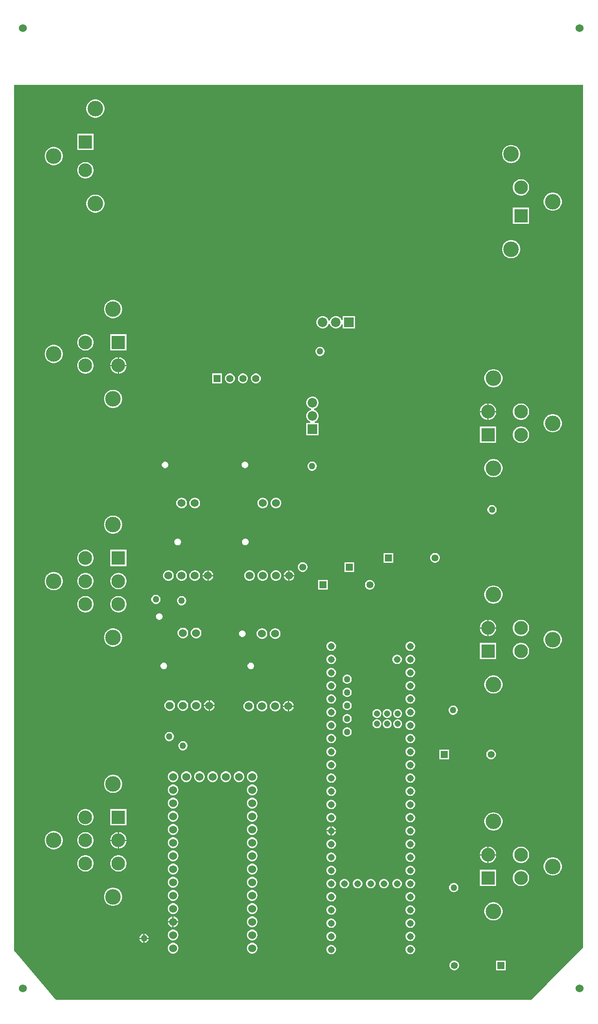
<source format=gbr>
%TF.GenerationSoftware,Altium Limited,Altium Designer,25.2.1 (25)*%
G04 Layer_Physical_Order=3*
G04 Layer_Color=16440176*
%FSLAX45Y45*%
%MOMM*%
%TF.SameCoordinates,9B973337-7CBC-4795-9BC3-C09BD17617B4*%
%TF.FilePolarity,Positive*%
%TF.FileFunction,Copper,L3,Inr,Signal*%
%TF.Part,Single*%
G01*
G75*
%TA.AperFunction,ComponentPad*%
%ADD11R,1.35000X1.35000*%
%ADD12C,1.35000*%
%TA.AperFunction,ViaPad*%
%ADD13C,1.52400*%
%TA.AperFunction,ComponentPad*%
%ADD14R,1.40000X1.40000*%
%ADD15C,1.40000*%
%ADD16R,1.85000X1.85000*%
%ADD17C,1.85000*%
%ADD18C,2.99000*%
%ADD19C,2.64000*%
%ADD20R,2.64000X2.64000*%
%ADD23C,1.30800*%
%ADD24C,1.25800*%
%ADD25C,1.20800*%
%ADD26R,1.85000X1.85000*%
%TA.AperFunction,ViaPad*%
%ADD27C,1.27000*%
%TA.AperFunction,ComponentPad*%
%ADD28C,1.53000*%
%ADD29C,1.52400*%
G36*
X13970000Y19900900D02*
Y3454400D01*
X13576300Y3060700D01*
X12979401Y2451100D01*
X3810000D01*
X3117850Y3270250D01*
X3009900Y3398007D01*
Y20066000D01*
X13970000D01*
Y19900900D01*
D02*
G37*
%LPC*%
G36*
X4589126Y19784801D02*
X4554674D01*
X4520884Y19778079D01*
X4489054Y19764894D01*
X4460408Y19745753D01*
X4436046Y19721391D01*
X4416906Y19692746D01*
X4403721Y19660916D01*
X4397000Y19627126D01*
Y19592674D01*
X4403721Y19558884D01*
X4416906Y19527054D01*
X4436046Y19498409D01*
X4460408Y19474046D01*
X4489054Y19454906D01*
X4520884Y19441722D01*
X4554674Y19435001D01*
X4589126D01*
X4622916Y19441722D01*
X4654746Y19454906D01*
X4683392Y19474046D01*
X4707754Y19498409D01*
X4726894Y19527054D01*
X4740078Y19558884D01*
X4746800Y19592674D01*
Y19627126D01*
X4740078Y19660916D01*
X4726894Y19692746D01*
X4707754Y19721391D01*
X4683392Y19745753D01*
X4654746Y19764894D01*
X4622916Y19778079D01*
X4589126Y19784801D01*
D02*
G37*
G36*
X4539300Y19124800D02*
X4224500D01*
Y18810001D01*
X4539300D01*
Y19124800D01*
D02*
G37*
G36*
X12603026Y18908501D02*
X12568574D01*
X12534784Y18901779D01*
X12502954Y18888594D01*
X12474308Y18869453D01*
X12449946Y18845091D01*
X12430806Y18816446D01*
X12417622Y18784616D01*
X12410900Y18750826D01*
Y18716374D01*
X12417622Y18682584D01*
X12430806Y18650754D01*
X12449946Y18622108D01*
X12474308Y18597746D01*
X12502954Y18578606D01*
X12534784Y18565422D01*
X12568574Y18558701D01*
X12603026D01*
X12636816Y18565422D01*
X12668646Y18578606D01*
X12697292Y18597746D01*
X12721654Y18622108D01*
X12740794Y18650754D01*
X12753979Y18682584D01*
X12760700Y18716374D01*
Y18750826D01*
X12753979Y18784616D01*
X12740794Y18816446D01*
X12721654Y18845091D01*
X12697292Y18869453D01*
X12668646Y18888594D01*
X12636816Y18901779D01*
X12603026Y18908501D01*
D02*
G37*
G36*
X3789126Y18869299D02*
X3754674D01*
X3720884Y18862578D01*
X3689054Y18849394D01*
X3660408Y18830254D01*
X3636046Y18805891D01*
X3616906Y18777246D01*
X3603722Y18745416D01*
X3597000Y18711626D01*
Y18677174D01*
X3603722Y18643384D01*
X3616906Y18611554D01*
X3636046Y18582909D01*
X3660408Y18558546D01*
X3689054Y18539406D01*
X3720884Y18526222D01*
X3754674Y18519501D01*
X3789126D01*
X3822916Y18526222D01*
X3854746Y18539406D01*
X3883392Y18558546D01*
X3907754Y18582909D01*
X3926894Y18611554D01*
X3940078Y18643384D01*
X3946800Y18677174D01*
Y18711626D01*
X3940078Y18745416D01*
X3926894Y18777246D01*
X3907754Y18805891D01*
X3883392Y18830254D01*
X3854746Y18849394D01*
X3822916Y18862578D01*
X3789126Y18869299D01*
D02*
G37*
G36*
X4397403Y18578799D02*
X4366397D01*
X4335988Y18572751D01*
X4307343Y18560886D01*
X4281563Y18543660D01*
X4259640Y18521738D01*
X4242414Y18495956D01*
X4230549Y18467313D01*
X4224500Y18436903D01*
Y18405898D01*
X4230549Y18375488D01*
X4242414Y18346843D01*
X4259640Y18321063D01*
X4281563Y18299139D01*
X4307343Y18281914D01*
X4335988Y18270049D01*
X4366397Y18264000D01*
X4397403D01*
X4427812Y18270049D01*
X4456457Y18281914D01*
X4482237Y18299139D01*
X4504160Y18321063D01*
X4521386Y18346843D01*
X4533251Y18375488D01*
X4539300Y18405898D01*
Y18436903D01*
X4533251Y18467313D01*
X4521386Y18495956D01*
X4504160Y18521738D01*
X4482237Y18543660D01*
X4456457Y18560886D01*
X4427812Y18572751D01*
X4397403Y18578799D01*
D02*
G37*
G36*
X12791303Y18248500D02*
X12760297D01*
X12729888Y18242451D01*
X12701243Y18230586D01*
X12675463Y18213361D01*
X12653540Y18191437D01*
X12636314Y18165657D01*
X12624449Y18137012D01*
X12618400Y18106602D01*
Y18075597D01*
X12624449Y18045187D01*
X12636314Y18016544D01*
X12653540Y17990762D01*
X12675463Y17968840D01*
X12701243Y17951614D01*
X12729888Y17939749D01*
X12760297Y17933701D01*
X12791303D01*
X12821712Y17939749D01*
X12850357Y17951614D01*
X12876137Y17968840D01*
X12898061Y17990762D01*
X12915286Y18016544D01*
X12927151Y18045187D01*
X12933200Y18075597D01*
Y18106602D01*
X12927151Y18137012D01*
X12915286Y18165657D01*
X12898061Y18191437D01*
X12876137Y18213361D01*
X12850357Y18230586D01*
X12821712Y18242451D01*
X12791303Y18248500D01*
D02*
G37*
G36*
X13403026Y17992999D02*
X13368575D01*
X13334784Y17986278D01*
X13302954Y17973094D01*
X13274307Y17953954D01*
X13249947Y17929591D01*
X13230806Y17900946D01*
X13217622Y17869116D01*
X13210899Y17835326D01*
Y17800874D01*
X13217622Y17767084D01*
X13230806Y17735254D01*
X13249947Y17706609D01*
X13274307Y17682246D01*
X13302954Y17663106D01*
X13334784Y17649922D01*
X13368575Y17643201D01*
X13403026D01*
X13436816Y17649922D01*
X13468646Y17663106D01*
X13497292Y17682246D01*
X13521654Y17706609D01*
X13540794Y17735254D01*
X13553978Y17767084D01*
X13560699Y17800874D01*
Y17835326D01*
X13553978Y17869116D01*
X13540794Y17900946D01*
X13521654Y17929591D01*
X13497292Y17953954D01*
X13468646Y17973094D01*
X13436816Y17986278D01*
X13403026Y17992999D01*
D02*
G37*
G36*
X4589126Y17953799D02*
X4554674D01*
X4520884Y17947078D01*
X4489054Y17933894D01*
X4460408Y17914754D01*
X4436046Y17890392D01*
X4416906Y17861746D01*
X4403721Y17829916D01*
X4397000Y17796126D01*
Y17761674D01*
X4403721Y17727884D01*
X4416906Y17696054D01*
X4436046Y17667409D01*
X4460408Y17643047D01*
X4489054Y17623906D01*
X4520884Y17610721D01*
X4554674Y17603999D01*
X4589126D01*
X4622916Y17610721D01*
X4654746Y17623906D01*
X4683392Y17643047D01*
X4707754Y17667409D01*
X4726894Y17696054D01*
X4740078Y17727884D01*
X4746800Y17761674D01*
Y17796126D01*
X4740078Y17829916D01*
X4726894Y17861746D01*
X4707754Y17890392D01*
X4683392Y17914754D01*
X4654746Y17933894D01*
X4622916Y17947078D01*
X4589126Y17953799D01*
D02*
G37*
G36*
X12933200Y17702499D02*
X12618400D01*
Y17387700D01*
X12933200D01*
Y17702499D01*
D02*
G37*
G36*
X12603026Y17077499D02*
X12568574D01*
X12534784Y17070778D01*
X12502954Y17057594D01*
X12474308Y17038454D01*
X12449946Y17014091D01*
X12430806Y16985446D01*
X12417622Y16953616D01*
X12410900Y16919826D01*
Y16885374D01*
X12417622Y16851584D01*
X12430806Y16819754D01*
X12449946Y16791109D01*
X12474308Y16766747D01*
X12502954Y16747606D01*
X12534784Y16734421D01*
X12568574Y16727699D01*
X12603026D01*
X12636816Y16734421D01*
X12668646Y16747606D01*
X12697292Y16766747D01*
X12721654Y16791109D01*
X12740794Y16819754D01*
X12753979Y16851584D01*
X12760700Y16885374D01*
Y16919826D01*
X12753979Y16953616D01*
X12740794Y16985446D01*
X12721654Y17014091D01*
X12697292Y17038454D01*
X12668646Y17057594D01*
X12636816Y17070778D01*
X12603026Y17077499D01*
D02*
G37*
G36*
X4932126Y15924300D02*
X4897674D01*
X4863884Y15917580D01*
X4832054Y15904395D01*
X4803408Y15885254D01*
X4779046Y15860892D01*
X4759906Y15832246D01*
X4746722Y15800417D01*
X4740000Y15766626D01*
Y15732175D01*
X4746722Y15698384D01*
X4759906Y15666554D01*
X4779046Y15637907D01*
X4803408Y15613547D01*
X4832054Y15594406D01*
X4863884Y15581223D01*
X4897674Y15574500D01*
X4932126D01*
X4965916Y15581223D01*
X4997746Y15594406D01*
X5026392Y15613547D01*
X5050754Y15637907D01*
X5069894Y15666554D01*
X5083078Y15698384D01*
X5089800Y15732175D01*
Y15766626D01*
X5083078Y15800417D01*
X5069894Y15832246D01*
X5050754Y15860892D01*
X5026392Y15885254D01*
X4997746Y15904395D01*
X4965916Y15917580D01*
X4932126Y15924300D01*
D02*
G37*
G36*
X9579400Y15611900D02*
X9343600D01*
Y15539735D01*
X9318200Y15536392D01*
X9317365Y15539508D01*
X9301843Y15566393D01*
X9279892Y15588342D01*
X9253008Y15603865D01*
X9223022Y15611900D01*
X9191978D01*
X9161992Y15603865D01*
X9135108Y15588342D01*
X9113157Y15566393D01*
X9097635Y15539508D01*
X9093648Y15524629D01*
X9067352D01*
X9063365Y15539508D01*
X9047843Y15566393D01*
X9025892Y15588342D01*
X8999008Y15603865D01*
X8969022Y15611900D01*
X8937978D01*
X8907992Y15603865D01*
X8881108Y15588342D01*
X8859157Y15566393D01*
X8843635Y15539508D01*
X8835600Y15509521D01*
Y15478477D01*
X8843635Y15448492D01*
X8859157Y15421608D01*
X8881108Y15399657D01*
X8907992Y15384135D01*
X8937978Y15376100D01*
X8969022D01*
X8999008Y15384135D01*
X9025892Y15399657D01*
X9047843Y15421608D01*
X9063365Y15448492D01*
X9067352Y15463371D01*
X9093648D01*
X9097635Y15448492D01*
X9113157Y15421608D01*
X9135108Y15399657D01*
X9161992Y15384135D01*
X9191978Y15376100D01*
X9223022D01*
X9253008Y15384135D01*
X9279892Y15399657D01*
X9301843Y15421608D01*
X9317365Y15448492D01*
X9318200Y15451608D01*
X9343600Y15448264D01*
Y15376100D01*
X9579400D01*
Y15611900D01*
D02*
G37*
G36*
X5174300Y15264301D02*
X4859500D01*
Y14949500D01*
X5174300D01*
Y15264301D01*
D02*
G37*
G36*
X4397403D02*
X4366397D01*
X4335988Y15258250D01*
X4307343Y15246387D01*
X4281563Y15229160D01*
X4259640Y15207237D01*
X4242414Y15181458D01*
X4230549Y15152812D01*
X4224500Y15122403D01*
Y15091397D01*
X4230549Y15060988D01*
X4242414Y15032343D01*
X4259640Y15006563D01*
X4281563Y14984641D01*
X4307343Y14967413D01*
X4335988Y14955550D01*
X4366397Y14949500D01*
X4397403D01*
X4427812Y14955550D01*
X4456457Y14967413D01*
X4482237Y14984641D01*
X4504160Y15006563D01*
X4521386Y15032343D01*
X4533251Y15060988D01*
X4539300Y15091397D01*
Y15122403D01*
X4533251Y15152812D01*
X4521386Y15181458D01*
X4504160Y15207237D01*
X4482237Y15229160D01*
X4456457Y15246387D01*
X4427812Y15258250D01*
X4397403Y15264301D01*
D02*
G37*
G36*
X8914404Y15024100D02*
X8890996D01*
X8868386Y15018042D01*
X8848114Y15006339D01*
X8831562Y14989786D01*
X8819858Y14969514D01*
X8813800Y14946904D01*
Y14923495D01*
X8819858Y14900887D01*
X8831562Y14880614D01*
X8848114Y14864062D01*
X8868386Y14852357D01*
X8890996Y14846300D01*
X8914404D01*
X8937014Y14852357D01*
X8957286Y14864062D01*
X8973838Y14880614D01*
X8985542Y14900887D01*
X8991600Y14923495D01*
Y14946904D01*
X8985542Y14969514D01*
X8973838Y14989786D01*
X8957286Y15006339D01*
X8937014Y15018042D01*
X8914404Y15024100D01*
D02*
G37*
G36*
X3789126Y15059300D02*
X3754674D01*
X3720884Y15052579D01*
X3689054Y15039394D01*
X3660408Y15020255D01*
X3636046Y14995892D01*
X3616906Y14967245D01*
X3603722Y14935416D01*
X3597000Y14901627D01*
Y14867174D01*
X3603722Y14833385D01*
X3616906Y14801553D01*
X3636046Y14772908D01*
X3660408Y14748546D01*
X3689054Y14729407D01*
X3720884Y14716222D01*
X3754674Y14709500D01*
X3789126D01*
X3822916Y14716222D01*
X3854746Y14729407D01*
X3883392Y14748546D01*
X3907754Y14772908D01*
X3926894Y14801553D01*
X3940078Y14833385D01*
X3946800Y14867174D01*
Y14901627D01*
X3940078Y14935416D01*
X3926894Y14967245D01*
X3907754Y14995892D01*
X3883392Y15020255D01*
X3854746Y15039394D01*
X3822916Y15052579D01*
X3789126Y15059300D01*
D02*
G37*
G36*
X5032403Y14819299D02*
X5029600D01*
Y14674600D01*
X5174300D01*
Y14677403D01*
X5168251Y14707812D01*
X5156386Y14736456D01*
X5139160Y14762238D01*
X5117237Y14784160D01*
X5091457Y14801385D01*
X5062812Y14813251D01*
X5032403Y14819299D01*
D02*
G37*
G36*
X5004200D02*
X5001397D01*
X4970988Y14813251D01*
X4942343Y14801385D01*
X4916563Y14784160D01*
X4894640Y14762238D01*
X4877414Y14736456D01*
X4865549Y14707812D01*
X4859500Y14677403D01*
Y14674600D01*
X5004200D01*
Y14819299D01*
D02*
G37*
G36*
X5174300Y14649200D02*
X5029600D01*
Y14504500D01*
X5032403D01*
X5062812Y14510548D01*
X5091457Y14522414D01*
X5117237Y14539639D01*
X5139160Y14561563D01*
X5156386Y14587343D01*
X5168251Y14615988D01*
X5174300Y14646397D01*
Y14649200D01*
D02*
G37*
G36*
X5004200D02*
X4859500D01*
Y14646397D01*
X4865549Y14615988D01*
X4877414Y14587343D01*
X4894640Y14561563D01*
X4916563Y14539639D01*
X4942343Y14522414D01*
X4970988Y14510548D01*
X5001397Y14504500D01*
X5004200D01*
Y14649200D01*
D02*
G37*
G36*
X4397403Y14819299D02*
X4366397D01*
X4335988Y14813251D01*
X4307343Y14801385D01*
X4281563Y14784160D01*
X4259640Y14762238D01*
X4242414Y14736456D01*
X4230549Y14707812D01*
X4224500Y14677403D01*
Y14646397D01*
X4230549Y14615988D01*
X4242414Y14587343D01*
X4259640Y14561563D01*
X4281563Y14539639D01*
X4307343Y14522414D01*
X4335988Y14510548D01*
X4366397Y14504500D01*
X4397403D01*
X4427812Y14510548D01*
X4456457Y14522414D01*
X4482237Y14539639D01*
X4504160Y14561563D01*
X4521386Y14587343D01*
X4533251Y14615988D01*
X4539300Y14646397D01*
Y14677403D01*
X4533251Y14707812D01*
X4521386Y14736456D01*
X4504160Y14762238D01*
X4482237Y14784160D01*
X4456457Y14801385D01*
X4427812Y14813251D01*
X4397403Y14819299D01*
D02*
G37*
G36*
X7679360Y14509900D02*
X7654240D01*
X7629977Y14503398D01*
X7608223Y14490839D01*
X7590461Y14473077D01*
X7577902Y14451323D01*
X7571400Y14427060D01*
Y14401939D01*
X7577902Y14377676D01*
X7590461Y14355923D01*
X7608223Y14338161D01*
X7629977Y14325603D01*
X7654240Y14319099D01*
X7679360D01*
X7703623Y14325603D01*
X7725377Y14338161D01*
X7743139Y14355923D01*
X7755698Y14377676D01*
X7762200Y14401939D01*
Y14427060D01*
X7755698Y14451323D01*
X7743139Y14473077D01*
X7725377Y14490839D01*
X7703623Y14503398D01*
X7679360Y14509900D01*
D02*
G37*
G36*
X7429360D02*
X7404240D01*
X7379977Y14503398D01*
X7358223Y14490839D01*
X7340461Y14473077D01*
X7327902Y14451323D01*
X7321400Y14427060D01*
Y14401939D01*
X7327902Y14377676D01*
X7340461Y14355923D01*
X7358223Y14338161D01*
X7379977Y14325603D01*
X7404240Y14319099D01*
X7429360D01*
X7453623Y14325603D01*
X7475377Y14338161D01*
X7493139Y14355923D01*
X7505698Y14377676D01*
X7512200Y14401939D01*
Y14427060D01*
X7505698Y14451323D01*
X7493139Y14473077D01*
X7475377Y14490839D01*
X7453623Y14503398D01*
X7429360Y14509900D01*
D02*
G37*
G36*
X7179360D02*
X7154240D01*
X7129977Y14503398D01*
X7108223Y14490839D01*
X7090461Y14473077D01*
X7077902Y14451323D01*
X7071400Y14427060D01*
Y14401939D01*
X7077902Y14377676D01*
X7090461Y14355923D01*
X7108223Y14338161D01*
X7129977Y14325603D01*
X7154240Y14319099D01*
X7179360D01*
X7203623Y14325603D01*
X7225377Y14338161D01*
X7243139Y14355923D01*
X7255698Y14377676D01*
X7262200Y14401939D01*
Y14427060D01*
X7255698Y14451323D01*
X7243139Y14473077D01*
X7225377Y14490839D01*
X7203623Y14503398D01*
X7179360Y14509900D01*
D02*
G37*
G36*
X7012200D02*
X6821400D01*
Y14319099D01*
X7012200D01*
Y14509900D01*
D02*
G37*
G36*
X12260026Y14590800D02*
X12225574D01*
X12191784Y14584079D01*
X12159954Y14570894D01*
X12131308Y14551755D01*
X12106946Y14527393D01*
X12087806Y14498746D01*
X12074622Y14466916D01*
X12067900Y14433125D01*
Y14398674D01*
X12074622Y14364883D01*
X12087806Y14333054D01*
X12106946Y14304408D01*
X12131308Y14280046D01*
X12159954Y14260905D01*
X12191784Y14247722D01*
X12225574Y14241000D01*
X12260026D01*
X12293816Y14247722D01*
X12325646Y14260905D01*
X12354292Y14280046D01*
X12378654Y14304408D01*
X12397794Y14333054D01*
X12410978Y14364883D01*
X12417700Y14398674D01*
Y14433125D01*
X12410978Y14466916D01*
X12397794Y14498746D01*
X12378654Y14527393D01*
X12354292Y14551755D01*
X12325646Y14570894D01*
X12293816Y14584079D01*
X12260026Y14590800D01*
D02*
G37*
G36*
X4932126Y14194299D02*
X4897674D01*
X4863884Y14187578D01*
X4832054Y14174394D01*
X4803408Y14155254D01*
X4779046Y14130891D01*
X4759906Y14102246D01*
X4746722Y14070416D01*
X4740000Y14036626D01*
Y14002174D01*
X4746722Y13968384D01*
X4759906Y13936554D01*
X4779046Y13907909D01*
X4803408Y13883546D01*
X4832054Y13864406D01*
X4863884Y13851221D01*
X4897674Y13844501D01*
X4932126D01*
X4965916Y13851221D01*
X4997746Y13864406D01*
X5026392Y13883546D01*
X5050754Y13907909D01*
X5069894Y13936554D01*
X5083078Y13968384D01*
X5089800Y14002174D01*
Y14036626D01*
X5083078Y14070416D01*
X5069894Y14102246D01*
X5050754Y14130891D01*
X5026392Y14155254D01*
X4997746Y14174394D01*
X4965916Y14187578D01*
X4932126Y14194299D01*
D02*
G37*
G36*
X12156303Y13930800D02*
X12153499D01*
Y13786099D01*
X12298200D01*
Y13788902D01*
X12292151Y13819312D01*
X12280286Y13847957D01*
X12263060Y13873737D01*
X12241137Y13895660D01*
X12215357Y13912886D01*
X12186712Y13924751D01*
X12156303Y13930800D01*
D02*
G37*
G36*
X12128099D02*
X12125297D01*
X12094888Y13924751D01*
X12066243Y13912886D01*
X12040463Y13895660D01*
X12018540Y13873737D01*
X12001314Y13847957D01*
X11989449Y13819312D01*
X11983400Y13788902D01*
Y13786099D01*
X12128099D01*
Y13930800D01*
D02*
G37*
G36*
X12140799Y13773399D02*
D01*
D01*
D01*
D02*
G37*
G36*
X12791303Y13930800D02*
X12760297D01*
X12729888Y13924751D01*
X12701243Y13912886D01*
X12675463Y13895660D01*
X12653540Y13873737D01*
X12636314Y13847957D01*
X12624449Y13819312D01*
X12618400Y13788902D01*
Y13757896D01*
X12624449Y13727489D01*
X12636314Y13698843D01*
X12653540Y13673064D01*
X12675463Y13651140D01*
X12701243Y13633914D01*
X12729888Y13622049D01*
X12760297Y13616000D01*
X12791303D01*
X12821712Y13622049D01*
X12850357Y13633914D01*
X12876137Y13651140D01*
X12898061Y13673064D01*
X12915286Y13698843D01*
X12927151Y13727489D01*
X12933200Y13757896D01*
Y13788902D01*
X12927151Y13819312D01*
X12915286Y13847957D01*
X12898061Y13873737D01*
X12876137Y13895660D01*
X12850357Y13912886D01*
X12821712Y13924751D01*
X12791303Y13930800D01*
D02*
G37*
G36*
X12298200Y13760699D02*
X12153499D01*
Y13616000D01*
X12156303D01*
X12186712Y13622049D01*
X12215357Y13633914D01*
X12241137Y13651140D01*
X12263060Y13673064D01*
X12280286Y13698843D01*
X12292151Y13727489D01*
X12298200Y13757896D01*
Y13760699D01*
D02*
G37*
G36*
X12128099D02*
X11983400D01*
Y13757896D01*
X11989449Y13727489D01*
X12001314Y13698843D01*
X12018540Y13673064D01*
X12040463Y13651140D01*
X12066243Y13633914D01*
X12094888Y13622049D01*
X12125297Y13616000D01*
X12128099D01*
Y13760699D01*
D02*
G37*
G36*
X13403026Y13725800D02*
X13368575D01*
X13334784Y13719078D01*
X13302954Y13705894D01*
X13274307Y13686754D01*
X13249947Y13662392D01*
X13230806Y13633746D01*
X13217622Y13601917D01*
X13210899Y13568126D01*
Y13533675D01*
X13217622Y13499884D01*
X13230806Y13468054D01*
X13249947Y13439407D01*
X13274307Y13415047D01*
X13302954Y13395906D01*
X13334784Y13382722D01*
X13368575Y13375999D01*
X13403026D01*
X13436816Y13382722D01*
X13468646Y13395906D01*
X13497292Y13415047D01*
X13521654Y13439407D01*
X13540794Y13468054D01*
X13553978Y13499884D01*
X13560699Y13533675D01*
Y13568126D01*
X13553978Y13601917D01*
X13540794Y13633746D01*
X13521654Y13662392D01*
X13497292Y13686754D01*
X13468646Y13705894D01*
X13436816Y13719078D01*
X13403026Y13725800D01*
D02*
G37*
G36*
X8772822Y14062500D02*
X8741778D01*
X8711792Y14054465D01*
X8684908Y14038943D01*
X8662957Y14016992D01*
X8647435Y13990108D01*
X8639400Y13960123D01*
Y13929079D01*
X8647435Y13899092D01*
X8662957Y13872208D01*
X8684908Y13850256D01*
X8711792Y13834735D01*
X8726671Y13830748D01*
Y13804453D01*
X8711792Y13800465D01*
X8684908Y13784943D01*
X8662957Y13762991D01*
X8647435Y13736108D01*
X8639400Y13706122D01*
Y13675078D01*
X8647435Y13645091D01*
X8662957Y13618208D01*
X8684908Y13596257D01*
X8711792Y13580734D01*
X8714908Y13579900D01*
X8711564Y13554500D01*
X8639400D01*
Y13318700D01*
X8875200D01*
Y13554500D01*
X8803036D01*
X8799692Y13579900D01*
X8802808Y13580734D01*
X8829692Y13596257D01*
X8851643Y13618208D01*
X8867165Y13645091D01*
X8875200Y13675078D01*
Y13706122D01*
X8867165Y13736108D01*
X8851643Y13762991D01*
X8829692Y13784943D01*
X8802808Y13800465D01*
X8787929Y13804453D01*
Y13830748D01*
X8802808Y13834735D01*
X8829692Y13850256D01*
X8851643Y13872208D01*
X8867165Y13899092D01*
X8875200Y13929079D01*
Y13960123D01*
X8867165Y13990108D01*
X8851643Y14016992D01*
X8829692Y14038943D01*
X8802808Y14054465D01*
X8772822Y14062500D01*
D02*
G37*
G36*
X12791303Y13485800D02*
X12760297D01*
X12729888Y13479752D01*
X12701243Y13467886D01*
X12675463Y13450661D01*
X12653540Y13428737D01*
X12636314Y13402957D01*
X12624449Y13374312D01*
X12618400Y13343903D01*
Y13312897D01*
X12624449Y13282487D01*
X12636314Y13253844D01*
X12653540Y13228062D01*
X12675463Y13206140D01*
X12701243Y13188914D01*
X12729888Y13177049D01*
X12760297Y13171001D01*
X12791303D01*
X12821712Y13177049D01*
X12850357Y13188914D01*
X12876137Y13206140D01*
X12898061Y13228062D01*
X12915286Y13253844D01*
X12927151Y13282487D01*
X12933200Y13312897D01*
Y13343903D01*
X12927151Y13374312D01*
X12915286Y13402957D01*
X12898061Y13428737D01*
X12876137Y13450661D01*
X12850357Y13467886D01*
X12821712Y13479752D01*
X12791303Y13485800D01*
D02*
G37*
G36*
X12298200D02*
X11983400D01*
Y13171001D01*
X12298200D01*
Y13485800D01*
D02*
G37*
G36*
X7467531Y12814301D02*
X7442269D01*
X7418930Y12804633D01*
X7401067Y12786770D01*
X7391400Y12763431D01*
Y12738169D01*
X7401067Y12714830D01*
X7418930Y12696967D01*
X7442269Y12687300D01*
X7467531D01*
X7490870Y12696967D01*
X7508733Y12714830D01*
X7518400Y12738169D01*
Y12763431D01*
X7508733Y12786770D01*
X7490870Y12804633D01*
X7467531Y12814301D01*
D02*
G37*
G36*
X5930831D02*
X5905569D01*
X5882230Y12804633D01*
X5864367Y12786770D01*
X5854700Y12763431D01*
Y12738169D01*
X5864367Y12714830D01*
X5882230Y12696967D01*
X5905569Y12687300D01*
X5930831D01*
X5954170Y12696967D01*
X5972033Y12714830D01*
X5981700Y12738169D01*
Y12763431D01*
X5972033Y12786770D01*
X5954170Y12804633D01*
X5930831Y12814301D01*
D02*
G37*
G36*
X8762004D02*
X8738596D01*
X8715986Y12808241D01*
X8695714Y12796538D01*
X8679162Y12779986D01*
X8667458Y12759714D01*
X8661400Y12737104D01*
Y12713696D01*
X8667458Y12691086D01*
X8679162Y12670814D01*
X8695714Y12654262D01*
X8715986Y12642558D01*
X8738596Y12636500D01*
X8762004D01*
X8784614Y12642558D01*
X8804886Y12654262D01*
X8821438Y12670814D01*
X8833142Y12691086D01*
X8839200Y12713696D01*
Y12737104D01*
X8833142Y12759714D01*
X8821438Y12779986D01*
X8804886Y12796538D01*
X8784614Y12808241D01*
X8762004Y12814301D01*
D02*
G37*
G36*
X12260026Y12860800D02*
X12225574D01*
X12191784Y12854079D01*
X12159954Y12840894D01*
X12131308Y12821754D01*
X12106946Y12797392D01*
X12087806Y12768746D01*
X12074622Y12736916D01*
X12067900Y12703126D01*
Y12668674D01*
X12074622Y12634884D01*
X12087806Y12603054D01*
X12106946Y12574408D01*
X12131308Y12550046D01*
X12159954Y12530906D01*
X12191784Y12517721D01*
X12225574Y12511000D01*
X12260026D01*
X12293816Y12517721D01*
X12325646Y12530906D01*
X12354292Y12550046D01*
X12378654Y12574408D01*
X12397794Y12603054D01*
X12410978Y12634884D01*
X12417700Y12668674D01*
Y12703126D01*
X12410978Y12736916D01*
X12397794Y12768746D01*
X12378654Y12797392D01*
X12354292Y12821754D01*
X12325646Y12840894D01*
X12293816Y12854079D01*
X12260026Y12860800D01*
D02*
G37*
G36*
X8065176Y12115800D02*
X8038424D01*
X8012584Y12108876D01*
X7989416Y12095500D01*
X7970500Y12076584D01*
X7957124Y12053416D01*
X7950200Y12027576D01*
Y12000824D01*
X7957124Y11974984D01*
X7970500Y11951816D01*
X7989416Y11932900D01*
X8012584Y11919524D01*
X8038424Y11912600D01*
X8065176D01*
X8091016Y11919524D01*
X8114184Y11932900D01*
X8133100Y11951816D01*
X8146476Y11974984D01*
X8153400Y12000824D01*
Y12027576D01*
X8146476Y12053416D01*
X8133100Y12076584D01*
X8114184Y12095500D01*
X8091016Y12108876D01*
X8065176Y12115800D01*
D02*
G37*
G36*
X7811176D02*
X7784424D01*
X7758584Y12108876D01*
X7735416Y12095500D01*
X7716500Y12076584D01*
X7703124Y12053416D01*
X7696200Y12027576D01*
Y12000824D01*
X7703124Y11974984D01*
X7716500Y11951816D01*
X7735416Y11932900D01*
X7758584Y11919524D01*
X7784424Y11912600D01*
X7811176D01*
X7837016Y11919524D01*
X7860184Y11932900D01*
X7879100Y11951816D01*
X7892476Y11974984D01*
X7899400Y12000824D01*
Y12027576D01*
X7892476Y12053416D01*
X7879100Y12076584D01*
X7860184Y12095500D01*
X7837016Y12108876D01*
X7811176Y12115800D01*
D02*
G37*
G36*
X6503076D02*
X6476324D01*
X6450484Y12108876D01*
X6427316Y12095500D01*
X6408400Y12076584D01*
X6395024Y12053416D01*
X6388100Y12027576D01*
Y12000824D01*
X6395024Y11974984D01*
X6408400Y11951816D01*
X6427316Y11932900D01*
X6450484Y11919524D01*
X6476324Y11912600D01*
X6503076D01*
X6528916Y11919524D01*
X6552084Y11932900D01*
X6571000Y11951816D01*
X6584376Y11974984D01*
X6591300Y12000824D01*
Y12027576D01*
X6584376Y12053416D01*
X6571000Y12076584D01*
X6552084Y12095500D01*
X6528916Y12108876D01*
X6503076Y12115800D01*
D02*
G37*
G36*
X6249076D02*
X6222324D01*
X6196484Y12108876D01*
X6173316Y12095500D01*
X6154400Y12076584D01*
X6141024Y12053416D01*
X6134100Y12027576D01*
Y12000824D01*
X6141024Y11974984D01*
X6154400Y11951816D01*
X6173316Y11932900D01*
X6196484Y11919524D01*
X6222324Y11912600D01*
X6249076D01*
X6274916Y11919524D01*
X6298084Y11932900D01*
X6317000Y11951816D01*
X6330376Y11974984D01*
X6337300Y12000824D01*
Y12027576D01*
X6330376Y12053416D01*
X6317000Y12076584D01*
X6298084Y12095500D01*
X6274916Y12108876D01*
X6249076Y12115800D01*
D02*
G37*
G36*
X12229104Y11976100D02*
X12205696D01*
X12183086Y11970042D01*
X12162814Y11958338D01*
X12146262Y11941786D01*
X12134558Y11921514D01*
X12128500Y11898904D01*
Y11875496D01*
X12134558Y11852886D01*
X12146262Y11832614D01*
X12162814Y11816062D01*
X12183086Y11804358D01*
X12205696Y11798300D01*
X12229104D01*
X12251714Y11804358D01*
X12271986Y11816062D01*
X12288538Y11832614D01*
X12300242Y11852886D01*
X12306300Y11875496D01*
Y11898904D01*
X12300242Y11921514D01*
X12288538Y11941786D01*
X12271986Y11958338D01*
X12251714Y11970042D01*
X12229104Y11976100D01*
D02*
G37*
G36*
X4932126Y11772300D02*
X4897674D01*
X4863884Y11765579D01*
X4832054Y11752395D01*
X4803408Y11733254D01*
X4779046Y11708893D01*
X4759906Y11680246D01*
X4746722Y11648417D01*
X4740000Y11614626D01*
Y11580174D01*
X4746722Y11546384D01*
X4759906Y11514554D01*
X4779046Y11485908D01*
X4803408Y11461547D01*
X4832054Y11442406D01*
X4863884Y11429222D01*
X4897674Y11422500D01*
X4932126D01*
X4965916Y11429222D01*
X4997746Y11442406D01*
X5026392Y11461547D01*
X5050754Y11485908D01*
X5069894Y11514554D01*
X5083078Y11546384D01*
X5089800Y11580174D01*
Y11614626D01*
X5083078Y11648417D01*
X5069894Y11680246D01*
X5050754Y11708893D01*
X5026392Y11733254D01*
X4997746Y11752395D01*
X4965916Y11765579D01*
X4932126Y11772300D01*
D02*
G37*
G36*
X7473881Y11328400D02*
X7448619D01*
X7425280Y11318733D01*
X7407417Y11300870D01*
X7397750Y11277531D01*
Y11252269D01*
X7407417Y11228930D01*
X7425280Y11211067D01*
X7448619Y11201400D01*
X7473881D01*
X7497220Y11211067D01*
X7515083Y11228930D01*
X7524750Y11252269D01*
Y11277531D01*
X7515083Y11300870D01*
X7497220Y11318733D01*
X7473881Y11328400D01*
D02*
G37*
G36*
X6172131D02*
X6146869D01*
X6123530Y11318733D01*
X6105667Y11300870D01*
X6096000Y11277531D01*
Y11252269D01*
X6105667Y11228930D01*
X6123530Y11211067D01*
X6146869Y11201400D01*
X6172131D01*
X6195470Y11211067D01*
X6213333Y11228930D01*
X6223000Y11252269D01*
Y11277531D01*
X6213333Y11300870D01*
X6195470Y11318733D01*
X6172131Y11328400D01*
D02*
G37*
G36*
X11130231Y11053000D02*
X11105770D01*
X11082142Y11046669D01*
X11060958Y11034438D01*
X11043662Y11017142D01*
X11031431Y10995958D01*
X11025100Y10972331D01*
Y10947869D01*
X11031431Y10924242D01*
X11043662Y10903058D01*
X11060958Y10885762D01*
X11082142Y10873531D01*
X11105770Y10867200D01*
X11130231D01*
X11153858Y10873531D01*
X11175042Y10885762D01*
X11192339Y10903058D01*
X11204569Y10924242D01*
X11210900Y10947869D01*
Y10972331D01*
X11204569Y10995958D01*
X11192339Y11017142D01*
X11175042Y11034438D01*
X11153858Y11046669D01*
X11130231Y11053000D01*
D02*
G37*
G36*
X10310900D02*
X10125100D01*
Y10867200D01*
X10310900D01*
Y11053000D01*
D02*
G37*
G36*
X5174300Y11112800D02*
X4859500D01*
Y10798000D01*
X5174300D01*
Y11112800D01*
D02*
G37*
G36*
X4397403D02*
X4366397D01*
X4335988Y11106751D01*
X4307343Y11094886D01*
X4281563Y11077661D01*
X4259640Y11055737D01*
X4242414Y11029957D01*
X4230549Y11001312D01*
X4224500Y10970903D01*
Y10939898D01*
X4230549Y10909488D01*
X4242414Y10880843D01*
X4259640Y10855064D01*
X4281563Y10833140D01*
X4307343Y10815914D01*
X4335988Y10804049D01*
X4366397Y10798000D01*
X4397403D01*
X4427812Y10804049D01*
X4456457Y10815914D01*
X4482237Y10833140D01*
X4504160Y10855064D01*
X4521386Y10880843D01*
X4533251Y10909488D01*
X4539300Y10939898D01*
Y10970903D01*
X4533251Y11001312D01*
X4521386Y11029957D01*
X4504160Y11055737D01*
X4482237Y11077661D01*
X4456457Y11094886D01*
X4427812Y11106751D01*
X4397403Y11112800D01*
D02*
G37*
G36*
X9559900Y10875200D02*
X9374100D01*
Y10689400D01*
X9559900D01*
Y10875200D01*
D02*
G37*
G36*
X8579230D02*
X8554769D01*
X8531142Y10868869D01*
X8509958Y10856638D01*
X8492661Y10839342D01*
X8480431Y10818158D01*
X8474100Y10794531D01*
Y10770069D01*
X8480431Y10746442D01*
X8492661Y10725258D01*
X8509958Y10707962D01*
X8531142Y10695731D01*
X8554769Y10689400D01*
X8579230D01*
X8602858Y10695731D01*
X8624042Y10707962D01*
X8641338Y10725258D01*
X8653569Y10746442D01*
X8659900Y10770069D01*
Y10794531D01*
X8653569Y10818158D01*
X8641338Y10839342D01*
X8624042Y10856638D01*
X8602858Y10868869D01*
X8579230Y10875200D01*
D02*
G37*
G36*
X8319176Y10718800D02*
X8318500D01*
Y10629900D01*
X8407400D01*
Y10630576D01*
X8400476Y10656416D01*
X8387100Y10679584D01*
X8368184Y10698500D01*
X8345016Y10711876D01*
X8319176Y10718800D01*
D02*
G37*
G36*
X6757076D02*
X6756400D01*
Y10629900D01*
X6845300D01*
Y10630576D01*
X6838376Y10656416D01*
X6825000Y10679584D01*
X6806084Y10698500D01*
X6782916Y10711876D01*
X6757076Y10718800D01*
D02*
G37*
G36*
X8293100D02*
X8292424D01*
X8266584Y10711876D01*
X8243416Y10698500D01*
X8224500Y10679584D01*
X8211124Y10656416D01*
X8204200Y10630576D01*
Y10629900D01*
X8293100D01*
Y10718800D01*
D02*
G37*
G36*
X6731000D02*
X6730324D01*
X6704484Y10711876D01*
X6681316Y10698500D01*
X6662400Y10679584D01*
X6649024Y10656416D01*
X6642100Y10630576D01*
Y10629900D01*
X6731000D01*
Y10718800D01*
D02*
G37*
G36*
X8407400Y10604500D02*
X8318500D01*
Y10515600D01*
X8319176D01*
X8345016Y10522524D01*
X8368184Y10535900D01*
X8387100Y10554816D01*
X8400476Y10577984D01*
X8407400Y10603824D01*
Y10604500D01*
D02*
G37*
G36*
X8293100D02*
X8204200D01*
Y10603824D01*
X8211124Y10577984D01*
X8224500Y10554816D01*
X8243416Y10535900D01*
X8266584Y10522524D01*
X8292424Y10515600D01*
X8293100D01*
Y10604500D01*
D02*
G37*
G36*
X8065176Y10718800D02*
X8038424D01*
X8012584Y10711876D01*
X7989416Y10698500D01*
X7970500Y10679584D01*
X7957124Y10656416D01*
X7950200Y10630576D01*
Y10603824D01*
X7957124Y10577984D01*
X7970500Y10554816D01*
X7989416Y10535900D01*
X8012584Y10522524D01*
X8038424Y10515600D01*
X8065176D01*
X8091016Y10522524D01*
X8114184Y10535900D01*
X8133100Y10554816D01*
X8146476Y10577984D01*
X8153400Y10603824D01*
Y10630576D01*
X8146476Y10656416D01*
X8133100Y10679584D01*
X8114184Y10698500D01*
X8091016Y10711876D01*
X8065176Y10718800D01*
D02*
G37*
G36*
X7811176D02*
X7784424D01*
X7758584Y10711876D01*
X7735416Y10698500D01*
X7716500Y10679584D01*
X7703124Y10656416D01*
X7696200Y10630576D01*
Y10603824D01*
X7703124Y10577984D01*
X7716500Y10554816D01*
X7735416Y10535900D01*
X7758584Y10522524D01*
X7784424Y10515600D01*
X7811176D01*
X7837016Y10522524D01*
X7860184Y10535900D01*
X7879100Y10554816D01*
X7892476Y10577984D01*
X7899400Y10603824D01*
Y10630576D01*
X7892476Y10656416D01*
X7879100Y10679584D01*
X7860184Y10698500D01*
X7837016Y10711876D01*
X7811176Y10718800D01*
D02*
G37*
G36*
X7557176D02*
X7530424D01*
X7504584Y10711876D01*
X7481416Y10698500D01*
X7462500Y10679584D01*
X7449124Y10656416D01*
X7442200Y10630576D01*
Y10603824D01*
X7449124Y10577984D01*
X7462500Y10554816D01*
X7481416Y10535900D01*
X7504584Y10522524D01*
X7530424Y10515600D01*
X7557176D01*
X7583016Y10522524D01*
X7606184Y10535900D01*
X7625100Y10554816D01*
X7638476Y10577984D01*
X7645400Y10603824D01*
Y10630576D01*
X7638476Y10656416D01*
X7625100Y10679584D01*
X7606184Y10698500D01*
X7583016Y10711876D01*
X7557176Y10718800D01*
D02*
G37*
G36*
X6845300Y10604500D02*
X6756400D01*
Y10515600D01*
X6757076D01*
X6782916Y10522524D01*
X6806084Y10535900D01*
X6825000Y10554816D01*
X6838376Y10577984D01*
X6845300Y10603824D01*
Y10604500D01*
D02*
G37*
G36*
X6731000D02*
X6642100D01*
Y10603824D01*
X6649024Y10577984D01*
X6662400Y10554816D01*
X6681316Y10535900D01*
X6704484Y10522524D01*
X6730324Y10515600D01*
X6731000D01*
Y10604500D01*
D02*
G37*
G36*
X6503076Y10718800D02*
X6476324D01*
X6450484Y10711876D01*
X6427316Y10698500D01*
X6408400Y10679584D01*
X6395024Y10656416D01*
X6388100Y10630576D01*
Y10603824D01*
X6395024Y10577984D01*
X6408400Y10554816D01*
X6427316Y10535900D01*
X6450484Y10522524D01*
X6476324Y10515600D01*
X6503076D01*
X6528916Y10522524D01*
X6552084Y10535900D01*
X6571000Y10554816D01*
X6584376Y10577984D01*
X6591300Y10603824D01*
Y10630576D01*
X6584376Y10656416D01*
X6571000Y10679584D01*
X6552084Y10698500D01*
X6528916Y10711876D01*
X6503076Y10718800D01*
D02*
G37*
G36*
X6249076D02*
X6222324D01*
X6196484Y10711876D01*
X6173316Y10698500D01*
X6154400Y10679584D01*
X6141024Y10656416D01*
X6134100Y10630576D01*
Y10603824D01*
X6141024Y10577984D01*
X6154400Y10554816D01*
X6173316Y10535900D01*
X6196484Y10522524D01*
X6222324Y10515600D01*
X6249076D01*
X6274916Y10522524D01*
X6298084Y10535900D01*
X6317000Y10554816D01*
X6330376Y10577984D01*
X6337300Y10603824D01*
Y10630576D01*
X6330376Y10656416D01*
X6317000Y10679584D01*
X6298084Y10698500D01*
X6274916Y10711876D01*
X6249076Y10718800D01*
D02*
G37*
G36*
X5995076D02*
X5968324D01*
X5942484Y10711876D01*
X5919316Y10698500D01*
X5900400Y10679584D01*
X5887024Y10656416D01*
X5880100Y10630576D01*
Y10603824D01*
X5887024Y10577984D01*
X5900400Y10554816D01*
X5919316Y10535900D01*
X5942484Y10522524D01*
X5968324Y10515600D01*
X5995076D01*
X6020916Y10522524D01*
X6044084Y10535900D01*
X6063000Y10554816D01*
X6076376Y10577984D01*
X6083300Y10603824D01*
Y10630576D01*
X6076376Y10656416D01*
X6063000Y10679584D01*
X6044084Y10698500D01*
X6020916Y10711876D01*
X5995076Y10718800D01*
D02*
G37*
G36*
X5032403Y10667800D02*
X5001397D01*
X4970988Y10661751D01*
X4942343Y10649886D01*
X4916563Y10632660D01*
X4894640Y10610737D01*
X4877414Y10584957D01*
X4865549Y10556312D01*
X4859500Y10525903D01*
Y10494897D01*
X4865549Y10464488D01*
X4877414Y10435843D01*
X4894640Y10410064D01*
X4916563Y10388140D01*
X4942343Y10370914D01*
X4970988Y10359049D01*
X5001397Y10353000D01*
X5032403D01*
X5062812Y10359049D01*
X5091457Y10370914D01*
X5117237Y10388140D01*
X5139160Y10410064D01*
X5156386Y10435843D01*
X5168251Y10464488D01*
X5174300Y10494897D01*
Y10525903D01*
X5168251Y10556312D01*
X5156386Y10584957D01*
X5139160Y10610737D01*
X5117237Y10632660D01*
X5091457Y10649886D01*
X5062812Y10661751D01*
X5032403Y10667800D01*
D02*
G37*
G36*
X4397403D02*
X4366397D01*
X4335988Y10661751D01*
X4307343Y10649886D01*
X4281563Y10632660D01*
X4259640Y10610737D01*
X4242414Y10584957D01*
X4230549Y10556312D01*
X4224500Y10525903D01*
Y10494897D01*
X4230549Y10464488D01*
X4242414Y10435843D01*
X4259640Y10410064D01*
X4281563Y10388140D01*
X4307343Y10370914D01*
X4335988Y10359049D01*
X4366397Y10353000D01*
X4397403D01*
X4427812Y10359049D01*
X4456457Y10370914D01*
X4482237Y10388140D01*
X4504160Y10410064D01*
X4521386Y10435843D01*
X4533251Y10464488D01*
X4539300Y10494897D01*
Y10525903D01*
X4533251Y10556312D01*
X4521386Y10584957D01*
X4504160Y10610737D01*
X4482237Y10632660D01*
X4456457Y10649886D01*
X4427812Y10661751D01*
X4397403Y10667800D01*
D02*
G37*
G36*
X9872931Y10532300D02*
X9848470D01*
X9824842Y10525969D01*
X9803658Y10513738D01*
X9786362Y10496442D01*
X9774131Y10475258D01*
X9767800Y10451631D01*
Y10427169D01*
X9774131Y10403542D01*
X9786362Y10382358D01*
X9803658Y10365062D01*
X9824842Y10352831D01*
X9848470Y10346500D01*
X9872931D01*
X9896558Y10352831D01*
X9917742Y10365062D01*
X9935039Y10382358D01*
X9947269Y10403542D01*
X9953600Y10427169D01*
Y10451631D01*
X9947269Y10475258D01*
X9935039Y10496442D01*
X9917742Y10513738D01*
X9896558Y10525969D01*
X9872931Y10532300D01*
D02*
G37*
G36*
X9053600D02*
X8867800D01*
Y10346500D01*
X9053600D01*
Y10532300D01*
D02*
G37*
G36*
X3789126Y10685300D02*
X3754674D01*
X3720884Y10678579D01*
X3689054Y10665394D01*
X3660408Y10646254D01*
X3636046Y10621892D01*
X3616906Y10593246D01*
X3603722Y10561417D01*
X3597000Y10527626D01*
Y10493174D01*
X3603722Y10459384D01*
X3616906Y10427554D01*
X3636046Y10398908D01*
X3660408Y10374546D01*
X3689054Y10355406D01*
X3720884Y10342222D01*
X3754674Y10335500D01*
X3789126D01*
X3822916Y10342222D01*
X3854746Y10355406D01*
X3883392Y10374546D01*
X3907754Y10398908D01*
X3926894Y10427554D01*
X3940078Y10459384D01*
X3946800Y10493174D01*
Y10527626D01*
X3940078Y10561417D01*
X3926894Y10593246D01*
X3907754Y10621892D01*
X3883392Y10646254D01*
X3854746Y10665394D01*
X3822916Y10678579D01*
X3789126Y10685300D01*
D02*
G37*
G36*
X12260026Y10425200D02*
X12225574D01*
X12191784Y10418479D01*
X12159954Y10405294D01*
X12131308Y10386154D01*
X12106946Y10361792D01*
X12087806Y10333146D01*
X12074622Y10301316D01*
X12067900Y10267526D01*
Y10233074D01*
X12074622Y10199284D01*
X12087806Y10167454D01*
X12106946Y10138808D01*
X12131308Y10114446D01*
X12159954Y10095306D01*
X12191784Y10082122D01*
X12225574Y10075400D01*
X12260026D01*
X12293816Y10082122D01*
X12325646Y10095306D01*
X12354292Y10114446D01*
X12378654Y10138808D01*
X12397794Y10167454D01*
X12410978Y10199284D01*
X12417700Y10233074D01*
Y10267526D01*
X12410978Y10301316D01*
X12397794Y10333146D01*
X12378654Y10361792D01*
X12354292Y10386154D01*
X12325646Y10405294D01*
X12293816Y10418479D01*
X12260026Y10425200D01*
D02*
G37*
G36*
X5752104Y10248900D02*
X5728696D01*
X5706086Y10242842D01*
X5685814Y10231138D01*
X5669262Y10214586D01*
X5657558Y10194314D01*
X5651500Y10171704D01*
Y10148296D01*
X5657558Y10125686D01*
X5669262Y10105414D01*
X5685814Y10088862D01*
X5706086Y10077158D01*
X5728696Y10071100D01*
X5752104D01*
X5774714Y10077158D01*
X5794986Y10088862D01*
X5811538Y10105414D01*
X5823242Y10125686D01*
X5829300Y10148296D01*
Y10171704D01*
X5823242Y10194314D01*
X5811538Y10214586D01*
X5794986Y10231138D01*
X5774714Y10242842D01*
X5752104Y10248900D01*
D02*
G37*
G36*
X6247404Y10223500D02*
X6223996D01*
X6201386Y10217442D01*
X6181114Y10205738D01*
X6164562Y10189186D01*
X6152858Y10168914D01*
X6146800Y10146304D01*
Y10122896D01*
X6152858Y10100286D01*
X6164562Y10080014D01*
X6181114Y10063462D01*
X6201386Y10051758D01*
X6223996Y10045700D01*
X6247404D01*
X6270014Y10051758D01*
X6290286Y10063462D01*
X6306838Y10080014D01*
X6318542Y10100286D01*
X6324600Y10122896D01*
Y10146304D01*
X6318542Y10168914D01*
X6306838Y10189186D01*
X6290286Y10205738D01*
X6270014Y10217442D01*
X6247404Y10223500D01*
D02*
G37*
G36*
X5032403Y10222800D02*
X5001397D01*
X4970988Y10216751D01*
X4942343Y10204886D01*
X4916563Y10187660D01*
X4894640Y10165737D01*
X4877414Y10139957D01*
X4865549Y10111312D01*
X4859500Y10080903D01*
Y10049897D01*
X4865549Y10019488D01*
X4877414Y9990843D01*
X4894640Y9965063D01*
X4916563Y9943140D01*
X4942343Y9925914D01*
X4970988Y9914049D01*
X5001397Y9908000D01*
X5032403D01*
X5062812Y9914049D01*
X5091457Y9925914D01*
X5117237Y9943140D01*
X5139160Y9965063D01*
X5156386Y9990843D01*
X5168251Y10019488D01*
X5174300Y10049897D01*
Y10080903D01*
X5168251Y10111312D01*
X5156386Y10139957D01*
X5139160Y10165737D01*
X5117237Y10187660D01*
X5091457Y10204886D01*
X5062812Y10216751D01*
X5032403Y10222800D01*
D02*
G37*
G36*
X4397403D02*
X4366397D01*
X4335988Y10216751D01*
X4307343Y10204886D01*
X4281563Y10187660D01*
X4259640Y10165737D01*
X4242414Y10139957D01*
X4230549Y10111312D01*
X4224500Y10080903D01*
Y10049897D01*
X4230549Y10019488D01*
X4242414Y9990843D01*
X4259640Y9965063D01*
X4281563Y9943140D01*
X4307343Y9925914D01*
X4335988Y9914049D01*
X4366397Y9908000D01*
X4397403D01*
X4427812Y9914049D01*
X4456457Y9925914D01*
X4482237Y9943140D01*
X4504160Y9965063D01*
X4521386Y9990843D01*
X4533251Y10019488D01*
X4539300Y10049897D01*
Y10080903D01*
X4533251Y10111312D01*
X4521386Y10139957D01*
X4504160Y10165737D01*
X4482237Y10187660D01*
X4456457Y10204886D01*
X4427812Y10216751D01*
X4397403Y10222800D01*
D02*
G37*
G36*
X5816531Y9893300D02*
X5791269D01*
X5767930Y9883633D01*
X5750067Y9865770D01*
X5740400Y9842431D01*
Y9817169D01*
X5750067Y9793830D01*
X5767930Y9775967D01*
X5791269Y9766300D01*
X5816531D01*
X5839870Y9775967D01*
X5857733Y9793830D01*
X5867400Y9817169D01*
Y9842431D01*
X5857733Y9865770D01*
X5839870Y9883633D01*
X5816531Y9893300D01*
D02*
G37*
G36*
X12156303Y9765200D02*
X12153499D01*
Y9620500D01*
X12298200D01*
Y9623303D01*
X12292151Y9653712D01*
X12280286Y9682357D01*
X12263060Y9708137D01*
X12241137Y9730060D01*
X12215357Y9747286D01*
X12186712Y9759151D01*
X12156303Y9765200D01*
D02*
G37*
G36*
X12128099D02*
X12125297D01*
X12094888Y9759151D01*
X12066243Y9747286D01*
X12040463Y9730060D01*
X12018540Y9708137D01*
X12001314Y9682357D01*
X11989449Y9653712D01*
X11983400Y9623303D01*
Y9620500D01*
X12128099D01*
Y9765200D01*
D02*
G37*
G36*
X12140799Y9607800D02*
D01*
D01*
D01*
D02*
G37*
G36*
X12791303Y9765200D02*
X12760297D01*
X12729888Y9759151D01*
X12701243Y9747286D01*
X12675463Y9730060D01*
X12653540Y9708137D01*
X12636314Y9682357D01*
X12624449Y9653712D01*
X12618400Y9623303D01*
Y9592297D01*
X12624449Y9561888D01*
X12636314Y9533243D01*
X12653540Y9507463D01*
X12675463Y9485540D01*
X12701243Y9468314D01*
X12729888Y9456449D01*
X12760297Y9450400D01*
X12791303D01*
X12821712Y9456449D01*
X12850357Y9468314D01*
X12876137Y9485540D01*
X12898061Y9507463D01*
X12915286Y9533243D01*
X12927151Y9561888D01*
X12933200Y9592297D01*
Y9623303D01*
X12927151Y9653712D01*
X12915286Y9682357D01*
X12898061Y9708137D01*
X12876137Y9730060D01*
X12850357Y9747286D01*
X12821712Y9759151D01*
X12791303Y9765200D01*
D02*
G37*
G36*
X12298200Y9595100D02*
X12153499D01*
Y9450400D01*
X12156303D01*
X12186712Y9456449D01*
X12215357Y9468314D01*
X12241137Y9485540D01*
X12263060Y9507463D01*
X12280286Y9533243D01*
X12292151Y9561888D01*
X12298200Y9592297D01*
Y9595100D01*
D02*
G37*
G36*
X12128099D02*
X11983400D01*
Y9592297D01*
X11989449Y9561888D01*
X12001314Y9533243D01*
X12018540Y9507463D01*
X12040463Y9485540D01*
X12066243Y9468314D01*
X12094888Y9456449D01*
X12125297Y9450400D01*
X12128099D01*
Y9595100D01*
D02*
G37*
G36*
X7416731Y9563100D02*
X7391469D01*
X7368130Y9553433D01*
X7350267Y9535570D01*
X7340600Y9512231D01*
Y9486969D01*
X7350267Y9463630D01*
X7368130Y9445767D01*
X7391469Y9436100D01*
X7416731D01*
X7440070Y9445767D01*
X7457933Y9463630D01*
X7467600Y9486969D01*
Y9512231D01*
X7457933Y9535570D01*
X7440070Y9553433D01*
X7416731Y9563100D01*
D02*
G37*
G36*
X6528476Y9613900D02*
X6501724D01*
X6475884Y9606976D01*
X6452716Y9593600D01*
X6433800Y9574684D01*
X6420424Y9551516D01*
X6413500Y9525676D01*
Y9498924D01*
X6420424Y9473084D01*
X6433800Y9449916D01*
X6452716Y9431000D01*
X6475884Y9417624D01*
X6501724Y9410700D01*
X6528476D01*
X6554316Y9417624D01*
X6577484Y9431000D01*
X6596400Y9449916D01*
X6609776Y9473084D01*
X6616700Y9498924D01*
Y9525676D01*
X6609776Y9551516D01*
X6596400Y9574684D01*
X6577484Y9593600D01*
X6554316Y9606976D01*
X6528476Y9613900D01*
D02*
G37*
G36*
X6274476D02*
X6247724D01*
X6221884Y9606976D01*
X6198716Y9593600D01*
X6179800Y9574684D01*
X6166424Y9551516D01*
X6159500Y9525676D01*
Y9498924D01*
X6166424Y9473084D01*
X6179800Y9449916D01*
X6198716Y9431000D01*
X6221884Y9417624D01*
X6247724Y9410700D01*
X6274476D01*
X6300316Y9417624D01*
X6323484Y9431000D01*
X6342400Y9449916D01*
X6355776Y9473084D01*
X6362700Y9498924D01*
Y9525676D01*
X6355776Y9551516D01*
X6342400Y9574684D01*
X6323484Y9593600D01*
X6300316Y9606976D01*
X6274476Y9613900D01*
D02*
G37*
G36*
X8052476Y9601200D02*
X8025724D01*
X7999884Y9594276D01*
X7976716Y9580900D01*
X7957800Y9561984D01*
X7944424Y9538816D01*
X7937500Y9512976D01*
Y9486224D01*
X7944424Y9460384D01*
X7957800Y9437216D01*
X7976716Y9418300D01*
X7999884Y9404924D01*
X8025724Y9398000D01*
X8052476D01*
X8078316Y9404924D01*
X8101484Y9418300D01*
X8120400Y9437216D01*
X8133776Y9460384D01*
X8140700Y9486224D01*
Y9512976D01*
X8133776Y9538816D01*
X8120400Y9561984D01*
X8101484Y9580900D01*
X8078316Y9594276D01*
X8052476Y9601200D01*
D02*
G37*
G36*
X7798476D02*
X7771724D01*
X7745884Y9594276D01*
X7722716Y9580900D01*
X7703800Y9561984D01*
X7690424Y9538816D01*
X7683500Y9512976D01*
Y9486224D01*
X7690424Y9460384D01*
X7703800Y9437216D01*
X7722716Y9418300D01*
X7745884Y9404924D01*
X7771724Y9398000D01*
X7798476D01*
X7824316Y9404924D01*
X7847484Y9418300D01*
X7866400Y9437216D01*
X7879776Y9460384D01*
X7886700Y9486224D01*
Y9512976D01*
X7879776Y9538816D01*
X7866400Y9561984D01*
X7847484Y9580900D01*
X7824316Y9594276D01*
X7798476Y9601200D01*
D02*
G37*
G36*
X4932126Y9598300D02*
X4897674D01*
X4863884Y9591578D01*
X4832054Y9578394D01*
X4803408Y9559254D01*
X4779046Y9534892D01*
X4759906Y9506246D01*
X4746722Y9474416D01*
X4740000Y9440626D01*
Y9406174D01*
X4746722Y9372384D01*
X4759906Y9340554D01*
X4779046Y9311908D01*
X4803408Y9287546D01*
X4832054Y9268406D01*
X4863884Y9255222D01*
X4897674Y9248500D01*
X4932126D01*
X4965916Y9255222D01*
X4997746Y9268406D01*
X5026392Y9287546D01*
X5050754Y9311908D01*
X5069894Y9340554D01*
X5083078Y9372384D01*
X5089800Y9406174D01*
Y9440626D01*
X5083078Y9474416D01*
X5069894Y9506246D01*
X5050754Y9534892D01*
X5026392Y9559254D01*
X4997746Y9578394D01*
X4965916Y9591578D01*
X4932126Y9598300D01*
D02*
G37*
G36*
X13403026Y9560200D02*
X13368575D01*
X13334784Y9553478D01*
X13302954Y9540294D01*
X13274307Y9521154D01*
X13249947Y9496792D01*
X13230806Y9468146D01*
X13217622Y9436316D01*
X13210899Y9402526D01*
Y9368074D01*
X13217622Y9334284D01*
X13230806Y9302454D01*
X13249947Y9273808D01*
X13274307Y9249446D01*
X13302954Y9230306D01*
X13334784Y9217122D01*
X13368575Y9210400D01*
X13403026D01*
X13436816Y9217122D01*
X13468646Y9230306D01*
X13497292Y9249446D01*
X13521654Y9273808D01*
X13540794Y9302454D01*
X13553978Y9334284D01*
X13560699Y9368074D01*
Y9402526D01*
X13553978Y9436316D01*
X13540794Y9468146D01*
X13521654Y9496792D01*
X13497292Y9521154D01*
X13468646Y9540294D01*
X13436816Y9553478D01*
X13403026Y9560200D01*
D02*
G37*
G36*
X10654554Y9349100D02*
X10630646D01*
X10607553Y9342912D01*
X10586848Y9330958D01*
X10569942Y9314052D01*
X10557988Y9293347D01*
X10551800Y9270254D01*
Y9246346D01*
X10557988Y9223253D01*
X10569942Y9202548D01*
X10586848Y9185642D01*
X10607553Y9173688D01*
X10630646Y9167500D01*
X10654554D01*
X10677647Y9173688D01*
X10698352Y9185642D01*
X10715258Y9202548D01*
X10727212Y9223253D01*
X10733400Y9246346D01*
Y9270254D01*
X10727212Y9293347D01*
X10715258Y9314052D01*
X10698352Y9330958D01*
X10677647Y9342912D01*
X10654554Y9349100D01*
D02*
G37*
G36*
X9130554D02*
X9106646D01*
X9083553Y9342912D01*
X9062848Y9330958D01*
X9045942Y9314052D01*
X9033988Y9293347D01*
X9027800Y9270254D01*
Y9246346D01*
X9033988Y9223253D01*
X9045942Y9202548D01*
X9062848Y9185642D01*
X9083553Y9173688D01*
X9106646Y9167500D01*
X9130554D01*
X9153647Y9173688D01*
X9174352Y9185642D01*
X9191258Y9202548D01*
X9203212Y9223253D01*
X9209400Y9246346D01*
Y9270254D01*
X9203212Y9293347D01*
X9191258Y9314052D01*
X9174352Y9330958D01*
X9153647Y9342912D01*
X9130554Y9349100D01*
D02*
G37*
G36*
X12791303Y9320200D02*
X12760297D01*
X12729888Y9314151D01*
X12701243Y9302286D01*
X12675463Y9285060D01*
X12653540Y9263137D01*
X12636314Y9237357D01*
X12624449Y9208712D01*
X12618400Y9178303D01*
Y9147297D01*
X12624449Y9116888D01*
X12636314Y9088243D01*
X12653540Y9062463D01*
X12675463Y9040540D01*
X12701243Y9023314D01*
X12729888Y9011449D01*
X12760297Y9005400D01*
X12791303D01*
X12821712Y9011449D01*
X12850357Y9023314D01*
X12876137Y9040540D01*
X12898061Y9062463D01*
X12915286Y9088243D01*
X12927151Y9116888D01*
X12933200Y9147297D01*
Y9178303D01*
X12927151Y9208712D01*
X12915286Y9237357D01*
X12898061Y9263137D01*
X12876137Y9285060D01*
X12850357Y9302286D01*
X12821712Y9314151D01*
X12791303Y9320200D01*
D02*
G37*
G36*
X12298200D02*
X11983400D01*
Y9005400D01*
X12298200D01*
Y9320200D01*
D02*
G37*
G36*
X10654554Y9095100D02*
X10630646D01*
X10607553Y9088912D01*
X10586848Y9076958D01*
X10569942Y9060052D01*
X10557988Y9039347D01*
X10551800Y9016254D01*
Y8992346D01*
X10557988Y8969253D01*
X10569942Y8948548D01*
X10586848Y8931642D01*
X10607553Y8919688D01*
X10630646Y8913500D01*
X10654554D01*
X10677647Y8919688D01*
X10698352Y8931642D01*
X10715258Y8948548D01*
X10727212Y8969253D01*
X10733400Y8992346D01*
Y9016254D01*
X10727212Y9039347D01*
X10715258Y9060052D01*
X10698352Y9076958D01*
X10677647Y9088912D01*
X10654554Y9095100D01*
D02*
G37*
G36*
X10400554D02*
X10376646D01*
X10353553Y9088912D01*
X10332848Y9076958D01*
X10315942Y9060052D01*
X10303988Y9039347D01*
X10297800Y9016254D01*
Y8992346D01*
X10303988Y8969253D01*
X10315942Y8948548D01*
X10332848Y8931642D01*
X10353553Y8919688D01*
X10376646Y8913500D01*
X10400554D01*
X10423647Y8919688D01*
X10444352Y8931642D01*
X10461258Y8948548D01*
X10473212Y8969253D01*
X10479400Y8992346D01*
Y9016254D01*
X10473212Y9039347D01*
X10461258Y9060052D01*
X10444352Y9076958D01*
X10423647Y9088912D01*
X10400554Y9095100D01*
D02*
G37*
G36*
X9130554D02*
X9106646D01*
X9083553Y9088912D01*
X9062848Y9076958D01*
X9045942Y9060052D01*
X9033988Y9039347D01*
X9027800Y9016254D01*
Y8992346D01*
X9033988Y8969253D01*
X9045942Y8948548D01*
X9062848Y8931642D01*
X9083553Y8919688D01*
X9106646Y8913500D01*
X9130554D01*
X9153647Y8919688D01*
X9174352Y8931642D01*
X9191258Y8948548D01*
X9203212Y8969253D01*
X9209400Y8992346D01*
Y9016254D01*
X9203212Y9039347D01*
X9191258Y9060052D01*
X9174352Y9076958D01*
X9153647Y9088912D01*
X9130554Y9095100D01*
D02*
G37*
G36*
X7581831Y8940800D02*
X7556569D01*
X7533230Y8931133D01*
X7515367Y8913270D01*
X7505700Y8889931D01*
Y8864669D01*
X7515367Y8841330D01*
X7533230Y8823467D01*
X7556569Y8813800D01*
X7581831D01*
X7605170Y8823467D01*
X7623033Y8841330D01*
X7632700Y8864669D01*
Y8889931D01*
X7623033Y8913270D01*
X7605170Y8931133D01*
X7581831Y8940800D01*
D02*
G37*
G36*
X5905431D02*
X5880169D01*
X5856830Y8931133D01*
X5838967Y8913270D01*
X5829300Y8889931D01*
Y8864669D01*
X5838967Y8841330D01*
X5856830Y8823467D01*
X5880169Y8813800D01*
X5905431D01*
X5928770Y8823467D01*
X5946633Y8841330D01*
X5956300Y8864669D01*
Y8889931D01*
X5946633Y8913270D01*
X5928770Y8931133D01*
X5905431Y8940800D01*
D02*
G37*
G36*
X10654554Y8841100D02*
X10630646D01*
X10607553Y8834912D01*
X10586848Y8822958D01*
X10569942Y8806052D01*
X10557988Y8785347D01*
X10551800Y8762254D01*
Y8738346D01*
X10557988Y8715253D01*
X10569942Y8694548D01*
X10586848Y8677642D01*
X10607553Y8665688D01*
X10630646Y8659500D01*
X10654554D01*
X10677647Y8665688D01*
X10698352Y8677642D01*
X10715258Y8694548D01*
X10727212Y8715253D01*
X10733400Y8738346D01*
Y8762254D01*
X10727212Y8785347D01*
X10715258Y8806052D01*
X10698352Y8822958D01*
X10677647Y8834912D01*
X10654554Y8841100D01*
D02*
G37*
G36*
X9130554D02*
X9106646D01*
X9083553Y8834912D01*
X9062848Y8822958D01*
X9045942Y8806052D01*
X9033988Y8785347D01*
X9027800Y8762254D01*
Y8738346D01*
X9033988Y8715253D01*
X9045942Y8694548D01*
X9062848Y8677642D01*
X9083553Y8665688D01*
X9106646Y8659500D01*
X9130554D01*
X9153647Y8665688D01*
X9174352Y8677642D01*
X9191258Y8694548D01*
X9203212Y8715253D01*
X9209400Y8738346D01*
Y8762254D01*
X9203212Y8785347D01*
X9191258Y8806052D01*
X9174352Y8822958D01*
X9153647Y8834912D01*
X9130554Y8841100D01*
D02*
G37*
G36*
X9435225Y8711600D02*
X9411975D01*
X9389517Y8705583D01*
X9369382Y8693958D01*
X9352942Y8677518D01*
X9341317Y8657382D01*
X9335300Y8634925D01*
Y8611675D01*
X9341317Y8589218D01*
X9352942Y8569082D01*
X9369382Y8552642D01*
X9389517Y8541017D01*
X9411975Y8535000D01*
X9435225D01*
X9457682Y8541017D01*
X9477817Y8552642D01*
X9494258Y8569082D01*
X9505882Y8589218D01*
X9511900Y8611675D01*
Y8634925D01*
X9505882Y8657382D01*
X9494258Y8677518D01*
X9477817Y8693958D01*
X9457682Y8705583D01*
X9435225Y8711600D01*
D02*
G37*
G36*
X10654554Y8587100D02*
X10630646D01*
X10607553Y8580912D01*
X10586848Y8568958D01*
X10569942Y8552052D01*
X10557988Y8531347D01*
X10551800Y8508254D01*
Y8484346D01*
X10557988Y8461253D01*
X10569942Y8440548D01*
X10586848Y8423642D01*
X10607553Y8411688D01*
X10630646Y8405500D01*
X10654554D01*
X10677647Y8411688D01*
X10698352Y8423642D01*
X10715258Y8440548D01*
X10727212Y8461253D01*
X10733400Y8484346D01*
Y8508254D01*
X10727212Y8531347D01*
X10715258Y8552052D01*
X10698352Y8568958D01*
X10677647Y8580912D01*
X10654554Y8587100D01*
D02*
G37*
G36*
X9130554D02*
X9106646D01*
X9083553Y8580912D01*
X9062848Y8568958D01*
X9045942Y8552052D01*
X9033988Y8531347D01*
X9027800Y8508254D01*
Y8484346D01*
X9033988Y8461253D01*
X9045942Y8440548D01*
X9062848Y8423642D01*
X9083553Y8411688D01*
X9106646Y8405500D01*
X9130554D01*
X9153647Y8411688D01*
X9174352Y8423642D01*
X9191258Y8440548D01*
X9203212Y8461253D01*
X9209400Y8484346D01*
Y8508254D01*
X9203212Y8531347D01*
X9191258Y8552052D01*
X9174352Y8568958D01*
X9153647Y8580912D01*
X9130554Y8587100D01*
D02*
G37*
G36*
X12260026Y8695200D02*
X12225574D01*
X12191784Y8688478D01*
X12159954Y8675294D01*
X12131308Y8656154D01*
X12106946Y8631792D01*
X12087806Y8603146D01*
X12074622Y8571316D01*
X12067900Y8537526D01*
Y8503074D01*
X12074622Y8469284D01*
X12087806Y8437454D01*
X12106946Y8408808D01*
X12131308Y8384446D01*
X12159954Y8365306D01*
X12191784Y8352121D01*
X12225574Y8345400D01*
X12260026D01*
X12293816Y8352121D01*
X12325646Y8365306D01*
X12354292Y8384446D01*
X12378654Y8408808D01*
X12397794Y8437454D01*
X12410978Y8469284D01*
X12417700Y8503074D01*
Y8537526D01*
X12410978Y8571316D01*
X12397794Y8603146D01*
X12378654Y8631792D01*
X12354292Y8656154D01*
X12325646Y8675294D01*
X12293816Y8688478D01*
X12260026Y8695200D01*
D02*
G37*
G36*
X9435225Y8457600D02*
X9411975D01*
X9389517Y8451583D01*
X9369382Y8439958D01*
X9352942Y8423518D01*
X9341317Y8403382D01*
X9335300Y8380925D01*
Y8357675D01*
X9341317Y8335218D01*
X9352942Y8315082D01*
X9369382Y8298642D01*
X9389517Y8287017D01*
X9411975Y8281000D01*
X9435225D01*
X9457682Y8287017D01*
X9477817Y8298642D01*
X9494258Y8315082D01*
X9505882Y8335218D01*
X9511900Y8357675D01*
Y8380925D01*
X9505882Y8403382D01*
X9494258Y8423518D01*
X9477817Y8439958D01*
X9457682Y8451583D01*
X9435225Y8457600D01*
D02*
G37*
G36*
X10654554Y8333100D02*
X10630646D01*
X10607553Y8326912D01*
X10586848Y8314958D01*
X10569942Y8298052D01*
X10557988Y8277347D01*
X10551800Y8254254D01*
Y8230346D01*
X10557988Y8207253D01*
X10569942Y8186548D01*
X10586848Y8169642D01*
X10607553Y8157688D01*
X10630646Y8151500D01*
X10654554D01*
X10677647Y8157688D01*
X10698352Y8169642D01*
X10715258Y8186548D01*
X10727212Y8207253D01*
X10733400Y8230346D01*
Y8254254D01*
X10727212Y8277347D01*
X10715258Y8298052D01*
X10698352Y8314958D01*
X10677647Y8326912D01*
X10654554Y8333100D01*
D02*
G37*
G36*
X9130554D02*
X9106646D01*
X9083553Y8326912D01*
X9062848Y8314958D01*
X9045942Y8298052D01*
X9033988Y8277347D01*
X9027800Y8254254D01*
Y8230346D01*
X9033988Y8207253D01*
X9045942Y8186548D01*
X9062848Y8169642D01*
X9083553Y8157688D01*
X9106646Y8151500D01*
X9130554D01*
X9153647Y8157688D01*
X9174352Y8169642D01*
X9191258Y8186548D01*
X9203212Y8207253D01*
X9209400Y8230346D01*
Y8254254D01*
X9203212Y8277347D01*
X9191258Y8298052D01*
X9174352Y8314958D01*
X9153647Y8326912D01*
X9130554Y8333100D01*
D02*
G37*
G36*
X6782476Y8216900D02*
X6781800D01*
Y8128000D01*
X6870700D01*
Y8128676D01*
X6863776Y8154516D01*
X6850400Y8177684D01*
X6831484Y8196600D01*
X6808316Y8209976D01*
X6782476Y8216900D01*
D02*
G37*
G36*
X6756400D02*
X6755724D01*
X6729884Y8209976D01*
X6706716Y8196600D01*
X6687800Y8177684D01*
X6674424Y8154516D01*
X6667500Y8128676D01*
Y8128000D01*
X6756400D01*
Y8216900D01*
D02*
G37*
G36*
X8306476Y8204200D02*
X8305800D01*
Y8115300D01*
X8394700D01*
Y8115976D01*
X8387776Y8141816D01*
X8374400Y8164984D01*
X8355484Y8183900D01*
X8332316Y8197276D01*
X8306476Y8204200D01*
D02*
G37*
G36*
X8280400D02*
X8279724D01*
X8253884Y8197276D01*
X8230716Y8183900D01*
X8211800Y8164984D01*
X8198424Y8141816D01*
X8191500Y8115976D01*
Y8115300D01*
X8280400D01*
Y8204200D01*
D02*
G37*
G36*
X9435225Y8203600D02*
X9411975D01*
X9389517Y8197583D01*
X9369382Y8185958D01*
X9352942Y8169518D01*
X9341317Y8149382D01*
X9335300Y8126925D01*
Y8103675D01*
X9341317Y8081218D01*
X9352942Y8061082D01*
X9369382Y8044642D01*
X9389517Y8033017D01*
X9411975Y8027000D01*
X9435225D01*
X9457682Y8033017D01*
X9477817Y8044642D01*
X9494258Y8061082D01*
X9505882Y8081218D01*
X9511900Y8103675D01*
Y8126925D01*
X9505882Y8149382D01*
X9494258Y8169518D01*
X9477817Y8185958D01*
X9457682Y8197583D01*
X9435225Y8203600D01*
D02*
G37*
G36*
X6870700Y8102600D02*
X6781800D01*
Y8013700D01*
X6782476D01*
X6808316Y8020624D01*
X6831484Y8034000D01*
X6850400Y8052916D01*
X6863776Y8076084D01*
X6870700Y8101924D01*
Y8102600D01*
D02*
G37*
G36*
X6756400D02*
X6667500D01*
Y8101924D01*
X6674424Y8076084D01*
X6687800Y8052916D01*
X6706716Y8034000D01*
X6729884Y8020624D01*
X6755724Y8013700D01*
X6756400D01*
Y8102600D01*
D02*
G37*
G36*
X6528476Y8216900D02*
X6501724D01*
X6475884Y8209976D01*
X6452716Y8196600D01*
X6433800Y8177684D01*
X6420424Y8154516D01*
X6413500Y8128676D01*
Y8101924D01*
X6420424Y8076084D01*
X6433800Y8052916D01*
X6452716Y8034000D01*
X6475884Y8020624D01*
X6501724Y8013700D01*
X6528476D01*
X6554316Y8020624D01*
X6577484Y8034000D01*
X6596400Y8052916D01*
X6609776Y8076084D01*
X6616700Y8101924D01*
Y8128676D01*
X6609776Y8154516D01*
X6596400Y8177684D01*
X6577484Y8196600D01*
X6554316Y8209976D01*
X6528476Y8216900D01*
D02*
G37*
G36*
X6274476D02*
X6247724D01*
X6221884Y8209976D01*
X6198716Y8196600D01*
X6179800Y8177684D01*
X6166424Y8154516D01*
X6159500Y8128676D01*
Y8101924D01*
X6166424Y8076084D01*
X6179800Y8052916D01*
X6198716Y8034000D01*
X6221884Y8020624D01*
X6247724Y8013700D01*
X6274476D01*
X6300316Y8020624D01*
X6323484Y8034000D01*
X6342400Y8052916D01*
X6355776Y8076084D01*
X6362700Y8101924D01*
Y8128676D01*
X6355776Y8154516D01*
X6342400Y8177684D01*
X6323484Y8196600D01*
X6300316Y8209976D01*
X6274476Y8216900D01*
D02*
G37*
G36*
X6020476D02*
X5993724D01*
X5967884Y8209976D01*
X5944716Y8196600D01*
X5925800Y8177684D01*
X5912424Y8154516D01*
X5905500Y8128676D01*
Y8101924D01*
X5912424Y8076084D01*
X5925800Y8052916D01*
X5944716Y8034000D01*
X5967884Y8020624D01*
X5993724Y8013700D01*
X6020476D01*
X6046316Y8020624D01*
X6069484Y8034000D01*
X6088400Y8052916D01*
X6101776Y8076084D01*
X6108700Y8101924D01*
Y8128676D01*
X6101776Y8154516D01*
X6088400Y8177684D01*
X6069484Y8196600D01*
X6046316Y8209976D01*
X6020476Y8216900D01*
D02*
G37*
G36*
X8394700Y8089900D02*
X8305800D01*
Y8001000D01*
X8306476D01*
X8332316Y8007924D01*
X8355484Y8021300D01*
X8374400Y8040216D01*
X8387776Y8063384D01*
X8394700Y8089224D01*
Y8089900D01*
D02*
G37*
G36*
X8280400D02*
X8191500D01*
Y8089224D01*
X8198424Y8063384D01*
X8211800Y8040216D01*
X8230716Y8021300D01*
X8253884Y8007924D01*
X8279724Y8001000D01*
X8280400D01*
Y8089900D01*
D02*
G37*
G36*
X8052476Y8204200D02*
X8025724D01*
X7999884Y8197276D01*
X7976716Y8183900D01*
X7957800Y8164984D01*
X7944424Y8141816D01*
X7937500Y8115976D01*
Y8089224D01*
X7944424Y8063384D01*
X7957800Y8040216D01*
X7976716Y8021300D01*
X7999884Y8007924D01*
X8025724Y8001000D01*
X8052476D01*
X8078316Y8007924D01*
X8101484Y8021300D01*
X8120400Y8040216D01*
X8133776Y8063384D01*
X8140700Y8089224D01*
Y8115976D01*
X8133776Y8141816D01*
X8120400Y8164984D01*
X8101484Y8183900D01*
X8078316Y8197276D01*
X8052476Y8204200D01*
D02*
G37*
G36*
X7798476D02*
X7771724D01*
X7745884Y8197276D01*
X7722716Y8183900D01*
X7703800Y8164984D01*
X7690424Y8141816D01*
X7683500Y8115976D01*
Y8089224D01*
X7690424Y8063384D01*
X7703800Y8040216D01*
X7722716Y8021300D01*
X7745884Y8007924D01*
X7771724Y8001000D01*
X7798476D01*
X7824316Y8007924D01*
X7847484Y8021300D01*
X7866400Y8040216D01*
X7879776Y8063384D01*
X7886700Y8089224D01*
Y8115976D01*
X7879776Y8141816D01*
X7866400Y8164984D01*
X7847484Y8183900D01*
X7824316Y8197276D01*
X7798476Y8204200D01*
D02*
G37*
G36*
X7544476D02*
X7517724D01*
X7491884Y8197276D01*
X7468716Y8183900D01*
X7449800Y8164984D01*
X7436424Y8141816D01*
X7429500Y8115976D01*
Y8089224D01*
X7436424Y8063384D01*
X7449800Y8040216D01*
X7468716Y8021300D01*
X7491884Y8007924D01*
X7517724Y8001000D01*
X7544476D01*
X7570316Y8007924D01*
X7593484Y8021300D01*
X7612400Y8040216D01*
X7625776Y8063384D01*
X7632700Y8089224D01*
Y8115976D01*
X7625776Y8141816D01*
X7612400Y8164984D01*
X7593484Y8183900D01*
X7570316Y8197276D01*
X7544476Y8204200D01*
D02*
G37*
G36*
X11479804Y8115300D02*
X11456396D01*
X11433786Y8109242D01*
X11413514Y8097538D01*
X11396962Y8080986D01*
X11385258Y8060714D01*
X11379200Y8038104D01*
Y8014696D01*
X11385258Y7992086D01*
X11396962Y7971814D01*
X11413514Y7955262D01*
X11433786Y7943558D01*
X11456396Y7937500D01*
X11479804D01*
X11502414Y7943558D01*
X11522686Y7955262D01*
X11539238Y7971814D01*
X11550942Y7992086D01*
X11557000Y8014696D01*
Y8038104D01*
X11550942Y8060714D01*
X11539238Y8080986D01*
X11522686Y8097538D01*
X11502414Y8109242D01*
X11479804Y8115300D01*
D02*
G37*
G36*
X10654554Y8079100D02*
X10630646D01*
X10607553Y8072912D01*
X10586848Y8060958D01*
X10569942Y8044052D01*
X10557988Y8023347D01*
X10551800Y8000254D01*
Y7976346D01*
X10557988Y7953253D01*
X10569942Y7932548D01*
X10586848Y7915642D01*
X10607553Y7903688D01*
X10630646Y7897500D01*
X10654554D01*
X10677647Y7903688D01*
X10698352Y7915642D01*
X10715258Y7932548D01*
X10727212Y7953253D01*
X10733400Y7976346D01*
Y8000254D01*
X10727212Y8023347D01*
X10715258Y8044052D01*
X10698352Y8060958D01*
X10677647Y8072912D01*
X10654554Y8079100D01*
D02*
G37*
G36*
X9130554D02*
X9106646D01*
X9083553Y8072912D01*
X9062848Y8060958D01*
X9045942Y8044052D01*
X9033988Y8023347D01*
X9027800Y8000254D01*
Y7976346D01*
X9033988Y7953253D01*
X9045942Y7932548D01*
X9062848Y7915642D01*
X9083553Y7903688D01*
X9106646Y7897500D01*
X9130554D01*
X9153647Y7903688D01*
X9174352Y7915642D01*
X9191258Y7932548D01*
X9203212Y7953253D01*
X9209400Y7976346D01*
Y8000254D01*
X9203212Y8023347D01*
X9191258Y8044052D01*
X9174352Y8060958D01*
X9153647Y8072912D01*
X9130554Y8079100D01*
D02*
G37*
G36*
X10408896Y8047100D02*
X10386304D01*
X10364482Y8041253D01*
X10344918Y8029957D01*
X10328943Y8013982D01*
X10317647Y7994418D01*
X10311800Y7972596D01*
Y7950004D01*
X10317647Y7928183D01*
X10328943Y7908618D01*
X10344918Y7892643D01*
X10364482Y7881347D01*
X10386304Y7875500D01*
X10408896D01*
X10430718Y7881347D01*
X10450282Y7892643D01*
X10466257Y7908618D01*
X10477553Y7928183D01*
X10483400Y7950004D01*
Y7972596D01*
X10477553Y7994418D01*
X10466257Y8013982D01*
X10450282Y8029957D01*
X10430718Y8041253D01*
X10408896Y8047100D01*
D02*
G37*
G36*
X10208896D02*
X10186304D01*
X10164482Y8041253D01*
X10144917Y8029957D01*
X10128943Y8013982D01*
X10117647Y7994418D01*
X10111800Y7972596D01*
Y7950004D01*
X10117647Y7928183D01*
X10128943Y7908618D01*
X10144917Y7892643D01*
X10164482Y7881347D01*
X10186304Y7875500D01*
X10208896D01*
X10230717Y7881347D01*
X10250282Y7892643D01*
X10266257Y7908618D01*
X10277553Y7928183D01*
X10283400Y7950004D01*
Y7972596D01*
X10277553Y7994418D01*
X10266257Y8013982D01*
X10250282Y8029957D01*
X10230717Y8041253D01*
X10208896Y8047100D01*
D02*
G37*
G36*
X10008896D02*
X9986304D01*
X9964482Y8041253D01*
X9944918Y8029957D01*
X9928943Y8013982D01*
X9917647Y7994418D01*
X9911800Y7972596D01*
Y7950004D01*
X9917647Y7928183D01*
X9928943Y7908618D01*
X9944918Y7892643D01*
X9964482Y7881347D01*
X9986304Y7875500D01*
X10008896D01*
X10030718Y7881347D01*
X10050282Y7892643D01*
X10066257Y7908618D01*
X10077553Y7928183D01*
X10083400Y7950004D01*
Y7972596D01*
X10077553Y7994418D01*
X10066257Y8013982D01*
X10050282Y8029957D01*
X10030718Y8041253D01*
X10008896Y8047100D01*
D02*
G37*
G36*
X9435225Y7949600D02*
X9411975D01*
X9389517Y7943583D01*
X9369382Y7931958D01*
X9352942Y7915518D01*
X9341317Y7895382D01*
X9335300Y7872925D01*
Y7849675D01*
X9341317Y7827218D01*
X9352942Y7807082D01*
X9369382Y7790642D01*
X9389517Y7779017D01*
X9411975Y7773000D01*
X9435225D01*
X9457682Y7779017D01*
X9477817Y7790642D01*
X9494258Y7807082D01*
X9505882Y7827218D01*
X9511900Y7849675D01*
Y7872925D01*
X9505882Y7895382D01*
X9494258Y7915518D01*
X9477817Y7931958D01*
X9457682Y7943583D01*
X9435225Y7949600D01*
D02*
G37*
G36*
X10408896Y7847100D02*
X10386304D01*
X10364482Y7841253D01*
X10344918Y7829957D01*
X10328943Y7813982D01*
X10317647Y7794417D01*
X10311800Y7772596D01*
Y7750004D01*
X10317647Y7728182D01*
X10328943Y7708618D01*
X10344918Y7692643D01*
X10364482Y7681347D01*
X10386304Y7675500D01*
X10408896D01*
X10430718Y7681347D01*
X10450282Y7692643D01*
X10466257Y7708618D01*
X10477553Y7728182D01*
X10483400Y7750004D01*
Y7772596D01*
X10477553Y7794417D01*
X10466257Y7813982D01*
X10450282Y7829957D01*
X10430718Y7841253D01*
X10408896Y7847100D01*
D02*
G37*
G36*
X10208896D02*
X10186304D01*
X10164482Y7841253D01*
X10144917Y7829957D01*
X10128943Y7813982D01*
X10117647Y7794417D01*
X10111800Y7772596D01*
Y7750004D01*
X10117647Y7728182D01*
X10128943Y7708618D01*
X10144917Y7692643D01*
X10164482Y7681347D01*
X10186304Y7675500D01*
X10208896D01*
X10230717Y7681347D01*
X10250282Y7692643D01*
X10266257Y7708618D01*
X10277553Y7728182D01*
X10283400Y7750004D01*
Y7772596D01*
X10277553Y7794417D01*
X10266257Y7813982D01*
X10250282Y7829957D01*
X10230717Y7841253D01*
X10208896Y7847100D01*
D02*
G37*
G36*
X10008896D02*
X9986304D01*
X9964482Y7841253D01*
X9944918Y7829957D01*
X9928943Y7813982D01*
X9917647Y7794417D01*
X9911800Y7772596D01*
Y7750004D01*
X9917647Y7728182D01*
X9928943Y7708618D01*
X9944918Y7692643D01*
X9964482Y7681347D01*
X9986304Y7675500D01*
X10008896D01*
X10030718Y7681347D01*
X10050282Y7692643D01*
X10066257Y7708618D01*
X10077553Y7728182D01*
X10083400Y7750004D01*
Y7772596D01*
X10077553Y7794417D01*
X10066257Y7813982D01*
X10050282Y7829957D01*
X10030718Y7841253D01*
X10008896Y7847100D01*
D02*
G37*
G36*
X10654554Y7825100D02*
X10630646D01*
X10607553Y7818912D01*
X10586848Y7806958D01*
X10569942Y7790052D01*
X10557988Y7769347D01*
X10551800Y7746254D01*
Y7722346D01*
X10557988Y7699253D01*
X10569942Y7678548D01*
X10586848Y7661642D01*
X10607553Y7649688D01*
X10630646Y7643500D01*
X10654554D01*
X10677647Y7649688D01*
X10698352Y7661642D01*
X10715258Y7678548D01*
X10727212Y7699253D01*
X10733400Y7722346D01*
Y7746254D01*
X10727212Y7769347D01*
X10715258Y7790052D01*
X10698352Y7806958D01*
X10677647Y7818912D01*
X10654554Y7825100D01*
D02*
G37*
G36*
X9130554D02*
X9106646D01*
X9083553Y7818912D01*
X9062848Y7806958D01*
X9045942Y7790052D01*
X9033988Y7769347D01*
X9027800Y7746254D01*
Y7722346D01*
X9033988Y7699253D01*
X9045942Y7678548D01*
X9062848Y7661642D01*
X9083553Y7649688D01*
X9106646Y7643500D01*
X9130554D01*
X9153647Y7649688D01*
X9174352Y7661642D01*
X9191258Y7678548D01*
X9203212Y7699253D01*
X9209400Y7722346D01*
Y7746254D01*
X9203212Y7769347D01*
X9191258Y7790052D01*
X9174352Y7806958D01*
X9153647Y7818912D01*
X9130554Y7825100D01*
D02*
G37*
G36*
X9435225Y7695600D02*
X9411975D01*
X9389517Y7689583D01*
X9369382Y7677958D01*
X9352942Y7661518D01*
X9341317Y7641382D01*
X9335300Y7618925D01*
Y7595675D01*
X9341317Y7573218D01*
X9352942Y7553082D01*
X9369382Y7536642D01*
X9389517Y7525017D01*
X9411975Y7519000D01*
X9435225D01*
X9457682Y7525017D01*
X9477817Y7536642D01*
X9494258Y7553082D01*
X9505882Y7573218D01*
X9511900Y7595675D01*
Y7618925D01*
X9505882Y7641382D01*
X9494258Y7661518D01*
X9477817Y7677958D01*
X9457682Y7689583D01*
X9435225Y7695600D01*
D02*
G37*
G36*
X6010153Y7607300D02*
X5986745D01*
X5964135Y7601242D01*
X5943863Y7589538D01*
X5927311Y7572986D01*
X5915608Y7552714D01*
X5909549Y7530104D01*
Y7506696D01*
X5915608Y7484086D01*
X5927311Y7463814D01*
X5943863Y7447262D01*
X5964135Y7435558D01*
X5986745Y7429500D01*
X6010153D01*
X6032763Y7435558D01*
X6053035Y7447262D01*
X6069587Y7463814D01*
X6081291Y7484086D01*
X6087349Y7506696D01*
Y7530104D01*
X6081291Y7552714D01*
X6069587Y7572986D01*
X6053035Y7589538D01*
X6032763Y7601242D01*
X6010153Y7607300D01*
D02*
G37*
G36*
X10654554Y7571100D02*
X10630646D01*
X10607553Y7564912D01*
X10586848Y7552958D01*
X10569942Y7536052D01*
X10557988Y7515347D01*
X10551800Y7492254D01*
Y7468346D01*
X10557988Y7445253D01*
X10569942Y7424548D01*
X10586848Y7407642D01*
X10607553Y7395688D01*
X10630646Y7389500D01*
X10654554D01*
X10677647Y7395688D01*
X10698352Y7407642D01*
X10715258Y7424548D01*
X10727212Y7445253D01*
X10733400Y7468346D01*
Y7492254D01*
X10727212Y7515347D01*
X10715258Y7536052D01*
X10698352Y7552958D01*
X10677647Y7564912D01*
X10654554Y7571100D01*
D02*
G37*
G36*
X9130554D02*
X9106646D01*
X9083553Y7564912D01*
X9062848Y7552958D01*
X9045942Y7536052D01*
X9033988Y7515347D01*
X9027800Y7492254D01*
Y7468346D01*
X9033988Y7445253D01*
X9045942Y7424548D01*
X9062848Y7407642D01*
X9083553Y7395688D01*
X9106646Y7389500D01*
X9130554D01*
X9153647Y7395688D01*
X9174352Y7407642D01*
X9191258Y7424548D01*
X9203212Y7445253D01*
X9209400Y7468346D01*
Y7492254D01*
X9203212Y7515347D01*
X9191258Y7536052D01*
X9174352Y7552958D01*
X9153647Y7564912D01*
X9130554Y7571100D01*
D02*
G37*
G36*
X6272804Y7429500D02*
X6249396D01*
X6226786Y7423441D01*
X6206514Y7411738D01*
X6189962Y7395186D01*
X6178258Y7374914D01*
X6172200Y7352304D01*
Y7328896D01*
X6178258Y7306286D01*
X6189962Y7286014D01*
X6206514Y7269462D01*
X6226786Y7257758D01*
X6249396Y7251700D01*
X6272804D01*
X6295414Y7257758D01*
X6315686Y7269462D01*
X6332238Y7286014D01*
X6343942Y7306286D01*
X6350000Y7328896D01*
Y7352304D01*
X6343942Y7374914D01*
X6332238Y7395186D01*
X6315686Y7411738D01*
X6295414Y7423441D01*
X6272804Y7429500D01*
D02*
G37*
G36*
X10654554Y7317100D02*
X10630646D01*
X10607553Y7310912D01*
X10586848Y7298958D01*
X10569942Y7282052D01*
X10557988Y7261347D01*
X10551800Y7238254D01*
Y7214346D01*
X10557988Y7191253D01*
X10569942Y7170548D01*
X10586848Y7153642D01*
X10607553Y7141688D01*
X10630646Y7135500D01*
X10654554D01*
X10677647Y7141688D01*
X10698352Y7153642D01*
X10715258Y7170548D01*
X10727212Y7191253D01*
X10733400Y7214346D01*
Y7238254D01*
X10727212Y7261347D01*
X10715258Y7282052D01*
X10698352Y7298958D01*
X10677647Y7310912D01*
X10654554Y7317100D01*
D02*
G37*
G36*
X9130554D02*
X9106646D01*
X9083553Y7310912D01*
X9062848Y7298958D01*
X9045942Y7282052D01*
X9033988Y7261347D01*
X9027800Y7238254D01*
Y7214346D01*
X9033988Y7191253D01*
X9045942Y7170548D01*
X9062848Y7153642D01*
X9083553Y7141688D01*
X9106646Y7135500D01*
X9130554D01*
X9153647Y7141688D01*
X9174352Y7153642D01*
X9191258Y7170548D01*
X9203212Y7191253D01*
X9209400Y7214346D01*
Y7238254D01*
X9203212Y7261347D01*
X9191258Y7282052D01*
X9174352Y7298958D01*
X9153647Y7310912D01*
X9130554Y7317100D01*
D02*
G37*
G36*
X12209731Y7268400D02*
X12185270D01*
X12161642Y7262069D01*
X12140458Y7249838D01*
X12123162Y7232542D01*
X12110931Y7211358D01*
X12104600Y7187731D01*
Y7163269D01*
X12110931Y7139642D01*
X12123162Y7118458D01*
X12140458Y7101162D01*
X12161642Y7088931D01*
X12185270Y7082600D01*
X12209731D01*
X12233358Y7088931D01*
X12254542Y7101162D01*
X12271839Y7118458D01*
X12284069Y7139642D01*
X12290400Y7163269D01*
Y7187731D01*
X12284069Y7211358D01*
X12271839Y7232542D01*
X12254542Y7249838D01*
X12233358Y7262069D01*
X12209731Y7268400D01*
D02*
G37*
G36*
X11390400D02*
X11204600D01*
Y7082600D01*
X11390400D01*
Y7268400D01*
D02*
G37*
G36*
X10654554Y7063100D02*
X10630646D01*
X10607553Y7056912D01*
X10586848Y7044958D01*
X10569942Y7028052D01*
X10557988Y7007347D01*
X10551800Y6984254D01*
Y6960346D01*
X10557988Y6937253D01*
X10569942Y6916548D01*
X10586848Y6899642D01*
X10607553Y6887688D01*
X10630646Y6881500D01*
X10654554D01*
X10677647Y6887688D01*
X10698352Y6899642D01*
X10715258Y6916548D01*
X10727212Y6937253D01*
X10733400Y6960346D01*
Y6984254D01*
X10727212Y7007347D01*
X10715258Y7028052D01*
X10698352Y7044958D01*
X10677647Y7056912D01*
X10654554Y7063100D01*
D02*
G37*
G36*
X9130554D02*
X9106646D01*
X9083553Y7056912D01*
X9062848Y7044958D01*
X9045942Y7028052D01*
X9033988Y7007347D01*
X9027800Y6984254D01*
Y6960346D01*
X9033988Y6937253D01*
X9045942Y6916548D01*
X9062848Y6899642D01*
X9083553Y6887688D01*
X9106646Y6881500D01*
X9130554D01*
X9153647Y6887688D01*
X9174352Y6899642D01*
X9191258Y6916548D01*
X9203212Y6937253D01*
X9209400Y6960346D01*
Y6984254D01*
X9203212Y7007347D01*
X9191258Y7028052D01*
X9174352Y7044958D01*
X9153647Y7056912D01*
X9130554Y7063100D01*
D02*
G37*
G36*
X7608016Y6845600D02*
X7581184D01*
X7555268Y6838656D01*
X7532032Y6825240D01*
X7513060Y6806268D01*
X7499644Y6783032D01*
X7492700Y6757116D01*
Y6730284D01*
X7499644Y6704368D01*
X7513060Y6681132D01*
X7532032Y6662160D01*
X7555268Y6648744D01*
X7581184Y6641800D01*
X7608016D01*
X7633932Y6648744D01*
X7657168Y6662160D01*
X7676140Y6681132D01*
X7689556Y6704368D01*
X7696500Y6730284D01*
Y6757116D01*
X7689556Y6783032D01*
X7676140Y6806268D01*
X7657168Y6825240D01*
X7633932Y6838656D01*
X7608016Y6845600D01*
D02*
G37*
G36*
X7354016D02*
X7327184D01*
X7301268Y6838656D01*
X7278032Y6825240D01*
X7259060Y6806268D01*
X7245644Y6783032D01*
X7238700Y6757116D01*
Y6730284D01*
X7245644Y6704368D01*
X7259060Y6681132D01*
X7278032Y6662160D01*
X7301268Y6648744D01*
X7327184Y6641800D01*
X7354016D01*
X7379932Y6648744D01*
X7403168Y6662160D01*
X7422140Y6681132D01*
X7435556Y6704368D01*
X7442500Y6730284D01*
Y6757116D01*
X7435556Y6783032D01*
X7422140Y6806268D01*
X7403168Y6825240D01*
X7379932Y6838656D01*
X7354016Y6845600D01*
D02*
G37*
G36*
X7100016D02*
X7073184D01*
X7047268Y6838656D01*
X7024032Y6825240D01*
X7005060Y6806268D01*
X6991644Y6783032D01*
X6984700Y6757116D01*
Y6730284D01*
X6991644Y6704368D01*
X7005060Y6681132D01*
X7024032Y6662160D01*
X7047268Y6648744D01*
X7073184Y6641800D01*
X7100016D01*
X7125932Y6648744D01*
X7149168Y6662160D01*
X7168140Y6681132D01*
X7181556Y6704368D01*
X7188500Y6730284D01*
Y6757116D01*
X7181556Y6783032D01*
X7168140Y6806268D01*
X7149168Y6825240D01*
X7125932Y6838656D01*
X7100016Y6845600D01*
D02*
G37*
G36*
X6846016D02*
X6819184D01*
X6793268Y6838656D01*
X6770032Y6825240D01*
X6751060Y6806268D01*
X6737644Y6783032D01*
X6730700Y6757116D01*
Y6730284D01*
X6737644Y6704368D01*
X6751060Y6681132D01*
X6770032Y6662160D01*
X6793268Y6648744D01*
X6819184Y6641800D01*
X6846016D01*
X6871932Y6648744D01*
X6895168Y6662160D01*
X6914140Y6681132D01*
X6927556Y6704368D01*
X6934500Y6730284D01*
Y6757116D01*
X6927556Y6783032D01*
X6914140Y6806268D01*
X6895168Y6825240D01*
X6871932Y6838656D01*
X6846016Y6845600D01*
D02*
G37*
G36*
X6592016D02*
X6565184D01*
X6539268Y6838656D01*
X6516032Y6825240D01*
X6497060Y6806268D01*
X6483644Y6783032D01*
X6476700Y6757116D01*
Y6730284D01*
X6483644Y6704368D01*
X6497060Y6681132D01*
X6516032Y6662160D01*
X6539268Y6648744D01*
X6565184Y6641800D01*
X6592016D01*
X6617932Y6648744D01*
X6641168Y6662160D01*
X6660140Y6681132D01*
X6673556Y6704368D01*
X6680500Y6730284D01*
Y6757116D01*
X6673556Y6783032D01*
X6660140Y6806268D01*
X6641168Y6825240D01*
X6617932Y6838656D01*
X6592016Y6845600D01*
D02*
G37*
G36*
X6338016D02*
X6311184D01*
X6285268Y6838656D01*
X6262032Y6825240D01*
X6243060Y6806268D01*
X6229644Y6783032D01*
X6222700Y6757116D01*
Y6730284D01*
X6229644Y6704368D01*
X6243060Y6681132D01*
X6262032Y6662160D01*
X6285268Y6648744D01*
X6311184Y6641800D01*
X6338016D01*
X6363932Y6648744D01*
X6387168Y6662160D01*
X6406140Y6681132D01*
X6419556Y6704368D01*
X6426500Y6730284D01*
Y6757116D01*
X6419556Y6783032D01*
X6406140Y6806268D01*
X6387168Y6825240D01*
X6363932Y6838656D01*
X6338016Y6845600D01*
D02*
G37*
G36*
X6084016D02*
X6057184D01*
X6031268Y6838656D01*
X6008032Y6825240D01*
X5989060Y6806268D01*
X5975644Y6783032D01*
X5968700Y6757116D01*
Y6730284D01*
X5975644Y6704368D01*
X5989060Y6681132D01*
X6008032Y6662160D01*
X6031268Y6648744D01*
X6057184Y6641800D01*
X6084016D01*
X6109932Y6648744D01*
X6133168Y6662160D01*
X6152140Y6681132D01*
X6165556Y6704368D01*
X6172500Y6730284D01*
Y6757116D01*
X6165556Y6783032D01*
X6152140Y6806268D01*
X6133168Y6825240D01*
X6109932Y6838656D01*
X6084016Y6845600D01*
D02*
G37*
G36*
X10654554Y6809100D02*
X10630646D01*
X10607553Y6802912D01*
X10586848Y6790958D01*
X10569942Y6774052D01*
X10557988Y6753347D01*
X10551800Y6730254D01*
Y6706346D01*
X10557988Y6683253D01*
X10569942Y6662548D01*
X10586848Y6645642D01*
X10607553Y6633688D01*
X10630646Y6627500D01*
X10654554D01*
X10677647Y6633688D01*
X10698352Y6645642D01*
X10715258Y6662548D01*
X10727212Y6683253D01*
X10733400Y6706346D01*
Y6730254D01*
X10727212Y6753347D01*
X10715258Y6774052D01*
X10698352Y6790958D01*
X10677647Y6802912D01*
X10654554Y6809100D01*
D02*
G37*
G36*
X9130554D02*
X9106646D01*
X9083553Y6802912D01*
X9062848Y6790958D01*
X9045942Y6774052D01*
X9033988Y6753347D01*
X9027800Y6730254D01*
Y6706346D01*
X9033988Y6683253D01*
X9045942Y6662548D01*
X9062848Y6645642D01*
X9083553Y6633688D01*
X9106646Y6627500D01*
X9130554D01*
X9153647Y6633688D01*
X9174352Y6645642D01*
X9191258Y6662548D01*
X9203212Y6683253D01*
X9209400Y6706346D01*
Y6730254D01*
X9203212Y6753347D01*
X9191258Y6774052D01*
X9174352Y6790958D01*
X9153647Y6802912D01*
X9130554Y6809100D01*
D02*
G37*
G36*
X4932126Y6781200D02*
X4897674D01*
X4863884Y6774479D01*
X4832054Y6761295D01*
X4803408Y6742154D01*
X4779046Y6717793D01*
X4759906Y6689146D01*
X4746722Y6657317D01*
X4740000Y6623526D01*
Y6589074D01*
X4746722Y6555284D01*
X4759906Y6523454D01*
X4779046Y6494808D01*
X4803408Y6470447D01*
X4832054Y6451306D01*
X4863884Y6438122D01*
X4897674Y6431400D01*
X4932126D01*
X4965916Y6438122D01*
X4997746Y6451306D01*
X5026392Y6470447D01*
X5050754Y6494808D01*
X5069894Y6523454D01*
X5083078Y6555284D01*
X5089800Y6589074D01*
Y6623526D01*
X5083078Y6657317D01*
X5069894Y6689146D01*
X5050754Y6717793D01*
X5026392Y6742154D01*
X4997746Y6761295D01*
X4965916Y6774479D01*
X4932126Y6781200D01*
D02*
G37*
G36*
X7608016Y6591600D02*
X7581184D01*
X7555268Y6584656D01*
X7532032Y6571240D01*
X7513060Y6552268D01*
X7499644Y6529032D01*
X7492700Y6503116D01*
Y6476284D01*
X7499644Y6450368D01*
X7513060Y6427132D01*
X7532032Y6408160D01*
X7555268Y6394744D01*
X7581184Y6387800D01*
X7608016D01*
X7633932Y6394744D01*
X7657168Y6408160D01*
X7676140Y6427132D01*
X7689556Y6450368D01*
X7696500Y6476284D01*
Y6503116D01*
X7689556Y6529032D01*
X7676140Y6552268D01*
X7657168Y6571240D01*
X7633932Y6584656D01*
X7608016Y6591600D01*
D02*
G37*
G36*
X6084016D02*
X6057184D01*
X6031268Y6584656D01*
X6008032Y6571240D01*
X5989060Y6552268D01*
X5975644Y6529032D01*
X5968700Y6503116D01*
Y6476284D01*
X5975644Y6450368D01*
X5989060Y6427132D01*
X6008032Y6408160D01*
X6031268Y6394744D01*
X6057184Y6387800D01*
X6084016D01*
X6109932Y6394744D01*
X6133168Y6408160D01*
X6152140Y6427132D01*
X6165556Y6450368D01*
X6172500Y6476284D01*
Y6503116D01*
X6165556Y6529032D01*
X6152140Y6552268D01*
X6133168Y6571240D01*
X6109932Y6584656D01*
X6084016Y6591600D01*
D02*
G37*
G36*
X10654554Y6555100D02*
X10630646D01*
X10607553Y6548912D01*
X10586848Y6536958D01*
X10569942Y6520052D01*
X10557988Y6499347D01*
X10551800Y6476254D01*
Y6452346D01*
X10557988Y6429253D01*
X10569942Y6408548D01*
X10586848Y6391642D01*
X10607553Y6379688D01*
X10630646Y6373500D01*
X10654554D01*
X10677647Y6379688D01*
X10698352Y6391642D01*
X10715258Y6408548D01*
X10727212Y6429253D01*
X10733400Y6452346D01*
Y6476254D01*
X10727212Y6499347D01*
X10715258Y6520052D01*
X10698352Y6536958D01*
X10677647Y6548912D01*
X10654554Y6555100D01*
D02*
G37*
G36*
X9130554D02*
X9106646D01*
X9083553Y6548912D01*
X9062848Y6536958D01*
X9045942Y6520052D01*
X9033988Y6499347D01*
X9027800Y6476254D01*
Y6452346D01*
X9033988Y6429253D01*
X9045942Y6408548D01*
X9062848Y6391642D01*
X9083553Y6379688D01*
X9106646Y6373500D01*
X9130554D01*
X9153647Y6379688D01*
X9174352Y6391642D01*
X9191258Y6408548D01*
X9203212Y6429253D01*
X9209400Y6452346D01*
Y6476254D01*
X9203212Y6499347D01*
X9191258Y6520052D01*
X9174352Y6536958D01*
X9153647Y6548912D01*
X9130554Y6555100D01*
D02*
G37*
G36*
X7608016Y6337600D02*
X7581184D01*
X7555268Y6330656D01*
X7532032Y6317240D01*
X7513060Y6298268D01*
X7499644Y6275032D01*
X7492700Y6249116D01*
Y6222284D01*
X7499644Y6196368D01*
X7513060Y6173132D01*
X7532032Y6154160D01*
X7555268Y6140744D01*
X7581184Y6133800D01*
X7608016D01*
X7633932Y6140744D01*
X7657168Y6154160D01*
X7676140Y6173132D01*
X7689556Y6196368D01*
X7696500Y6222284D01*
Y6249116D01*
X7689556Y6275032D01*
X7676140Y6298268D01*
X7657168Y6317240D01*
X7633932Y6330656D01*
X7608016Y6337600D01*
D02*
G37*
G36*
X6084016D02*
X6057184D01*
X6031268Y6330656D01*
X6008032Y6317240D01*
X5989060Y6298268D01*
X5975644Y6275032D01*
X5968700Y6249116D01*
Y6222284D01*
X5975644Y6196368D01*
X5989060Y6173132D01*
X6008032Y6154160D01*
X6031268Y6140744D01*
X6057184Y6133800D01*
X6084016D01*
X6109932Y6140744D01*
X6133168Y6154160D01*
X6152140Y6173132D01*
X6165556Y6196368D01*
X6172500Y6222284D01*
Y6249116D01*
X6165556Y6275032D01*
X6152140Y6298268D01*
X6133168Y6317240D01*
X6109932Y6330656D01*
X6084016Y6337600D01*
D02*
G37*
G36*
X10654554Y6301100D02*
X10630646D01*
X10607553Y6294912D01*
X10586848Y6282958D01*
X10569942Y6266052D01*
X10557988Y6245347D01*
X10551800Y6222254D01*
Y6198346D01*
X10557988Y6175253D01*
X10569942Y6154548D01*
X10586848Y6137642D01*
X10607553Y6125688D01*
X10630646Y6119500D01*
X10654554D01*
X10677647Y6125688D01*
X10698352Y6137642D01*
X10715258Y6154548D01*
X10727212Y6175253D01*
X10733400Y6198346D01*
Y6222254D01*
X10727212Y6245347D01*
X10715258Y6266052D01*
X10698352Y6282958D01*
X10677647Y6294912D01*
X10654554Y6301100D01*
D02*
G37*
G36*
X9130554D02*
X9106646D01*
X9083553Y6294912D01*
X9062848Y6282958D01*
X9045942Y6266052D01*
X9033988Y6245347D01*
X9027800Y6222254D01*
Y6198346D01*
X9033988Y6175253D01*
X9045942Y6154548D01*
X9062848Y6137642D01*
X9083553Y6125688D01*
X9106646Y6119500D01*
X9130554D01*
X9153647Y6125688D01*
X9174352Y6137642D01*
X9191258Y6154548D01*
X9203212Y6175253D01*
X9209400Y6198346D01*
Y6222254D01*
X9203212Y6245347D01*
X9191258Y6266052D01*
X9174352Y6282958D01*
X9153647Y6294912D01*
X9130554Y6301100D01*
D02*
G37*
G36*
X7608016Y6083600D02*
X7581184D01*
X7555268Y6076656D01*
X7532032Y6063240D01*
X7513060Y6044268D01*
X7499644Y6021032D01*
X7492700Y5995116D01*
Y5968284D01*
X7499644Y5942368D01*
X7513060Y5919132D01*
X7532032Y5900160D01*
X7555268Y5886744D01*
X7581184Y5879800D01*
X7608016D01*
X7633932Y5886744D01*
X7657168Y5900160D01*
X7676140Y5919132D01*
X7689556Y5942368D01*
X7696500Y5968284D01*
Y5995116D01*
X7689556Y6021032D01*
X7676140Y6044268D01*
X7657168Y6063240D01*
X7633932Y6076656D01*
X7608016Y6083600D01*
D02*
G37*
G36*
X6084016D02*
X6057184D01*
X6031268Y6076656D01*
X6008032Y6063240D01*
X5989060Y6044268D01*
X5975644Y6021032D01*
X5968700Y5995116D01*
Y5968284D01*
X5975644Y5942368D01*
X5989060Y5919132D01*
X6008032Y5900160D01*
X6031268Y5886744D01*
X6057184Y5879800D01*
X6084016D01*
X6109932Y5886744D01*
X6133168Y5900160D01*
X6152140Y5919132D01*
X6165556Y5942368D01*
X6172500Y5968284D01*
Y5995116D01*
X6165556Y6021032D01*
X6152140Y6044268D01*
X6133168Y6063240D01*
X6109932Y6076656D01*
X6084016Y6083600D01*
D02*
G37*
G36*
X10654554Y6047100D02*
X10630646D01*
X10607553Y6040912D01*
X10586848Y6028958D01*
X10569942Y6012052D01*
X10557988Y5991347D01*
X10551800Y5968254D01*
Y5944346D01*
X10557988Y5921253D01*
X10569942Y5900548D01*
X10586848Y5883642D01*
X10607553Y5871688D01*
X10630646Y5865500D01*
X10654554D01*
X10677647Y5871688D01*
X10698352Y5883642D01*
X10715258Y5900548D01*
X10727212Y5921253D01*
X10733400Y5944346D01*
Y5968254D01*
X10727212Y5991347D01*
X10715258Y6012052D01*
X10698352Y6028958D01*
X10677647Y6040912D01*
X10654554Y6047100D01*
D02*
G37*
G36*
X9130554D02*
X9106646D01*
X9083553Y6040912D01*
X9062848Y6028958D01*
X9045942Y6012052D01*
X9033988Y5991347D01*
X9027800Y5968254D01*
Y5944346D01*
X9033988Y5921253D01*
X9045942Y5900548D01*
X9062848Y5883642D01*
X9083553Y5871688D01*
X9106646Y5865500D01*
X9130554D01*
X9153647Y5871688D01*
X9174352Y5883642D01*
X9191258Y5900548D01*
X9203212Y5921253D01*
X9209400Y5944346D01*
Y5968254D01*
X9203212Y5991347D01*
X9191258Y6012052D01*
X9174352Y6028958D01*
X9153647Y6040912D01*
X9130554Y6047100D01*
D02*
G37*
G36*
X5174300Y6121700D02*
X4859500D01*
Y5806900D01*
X5174300D01*
Y6121700D01*
D02*
G37*
G36*
X4397403D02*
X4366397D01*
X4335988Y6115651D01*
X4307343Y6103786D01*
X4281563Y6086561D01*
X4259640Y6064637D01*
X4242414Y6038857D01*
X4230549Y6010212D01*
X4224500Y5979803D01*
Y5948798D01*
X4230549Y5918388D01*
X4242414Y5889743D01*
X4259640Y5863964D01*
X4281563Y5842040D01*
X4307343Y5824814D01*
X4335988Y5812949D01*
X4366397Y5806900D01*
X4397403D01*
X4427812Y5812949D01*
X4456457Y5824814D01*
X4482237Y5842040D01*
X4504160Y5863964D01*
X4521386Y5889743D01*
X4533251Y5918388D01*
X4539300Y5948798D01*
Y5979803D01*
X4533251Y6010212D01*
X4521386Y6038857D01*
X4504160Y6064637D01*
X4482237Y6086561D01*
X4456457Y6103786D01*
X4427812Y6115651D01*
X4397403Y6121700D01*
D02*
G37*
G36*
X9131300Y5792900D02*
Y5715000D01*
X9209200D01*
X9203212Y5737347D01*
X9191258Y5758052D01*
X9174352Y5774958D01*
X9153647Y5786912D01*
X9131300Y5792900D01*
D02*
G37*
G36*
X9105900D02*
X9083553Y5786912D01*
X9062848Y5774958D01*
X9045942Y5758052D01*
X9033988Y5737347D01*
X9028000Y5715000D01*
X9105900D01*
Y5792900D01*
D02*
G37*
G36*
X12260026Y6056400D02*
X12225574D01*
X12191784Y6049679D01*
X12159954Y6036494D01*
X12131308Y6017354D01*
X12106946Y5992992D01*
X12087806Y5964346D01*
X12074622Y5932516D01*
X12067900Y5898726D01*
Y5864274D01*
X12074622Y5830484D01*
X12087806Y5798654D01*
X12106946Y5770008D01*
X12131308Y5745646D01*
X12159954Y5726506D01*
X12191784Y5713322D01*
X12225574Y5706600D01*
X12260026D01*
X12293816Y5713322D01*
X12325646Y5726506D01*
X12354292Y5745646D01*
X12378654Y5770008D01*
X12397794Y5798654D01*
X12410978Y5830484D01*
X12417700Y5864274D01*
Y5898726D01*
X12410978Y5932516D01*
X12397794Y5964346D01*
X12378654Y5992992D01*
X12354292Y6017354D01*
X12325646Y6036494D01*
X12293816Y6049679D01*
X12260026Y6056400D01*
D02*
G37*
G36*
X7608016Y5829600D02*
X7581184D01*
X7555268Y5822656D01*
X7532032Y5809240D01*
X7513060Y5790268D01*
X7499644Y5767032D01*
X7492700Y5741116D01*
Y5714284D01*
X7499644Y5688368D01*
X7513060Y5665132D01*
X7532032Y5646160D01*
X7555268Y5632744D01*
X7581184Y5625800D01*
X7608016D01*
X7633932Y5632744D01*
X7657168Y5646160D01*
X7676140Y5665132D01*
X7689556Y5688368D01*
X7696500Y5714284D01*
Y5741116D01*
X7689556Y5767032D01*
X7676140Y5790268D01*
X7657168Y5809240D01*
X7633932Y5822656D01*
X7608016Y5829600D01*
D02*
G37*
G36*
X6084016D02*
X6057184D01*
X6031268Y5822656D01*
X6008032Y5809240D01*
X5989060Y5790268D01*
X5975644Y5767032D01*
X5968700Y5741116D01*
Y5714284D01*
X5975644Y5688368D01*
X5989060Y5665132D01*
X6008032Y5646160D01*
X6031268Y5632744D01*
X6057184Y5625800D01*
X6084016D01*
X6109932Y5632744D01*
X6133168Y5646160D01*
X6152140Y5665132D01*
X6165556Y5688368D01*
X6172500Y5714284D01*
Y5741116D01*
X6165556Y5767032D01*
X6152140Y5790268D01*
X6133168Y5809240D01*
X6109932Y5822656D01*
X6084016Y5829600D01*
D02*
G37*
G36*
X9209200Y5689600D02*
X9131300D01*
Y5611700D01*
X9153647Y5617688D01*
X9174352Y5629642D01*
X9191258Y5646548D01*
X9203212Y5667253D01*
X9209200Y5689600D01*
D02*
G37*
G36*
X9105900D02*
X9028000D01*
X9033988Y5667253D01*
X9045942Y5646548D01*
X9062848Y5629642D01*
X9083553Y5617688D01*
X9105900Y5611700D01*
Y5689600D01*
D02*
G37*
G36*
X10654554Y5793100D02*
X10630646D01*
X10607553Y5786912D01*
X10586848Y5774958D01*
X10569942Y5758052D01*
X10557988Y5737347D01*
X10551800Y5714254D01*
Y5690346D01*
X10557988Y5667253D01*
X10569942Y5646548D01*
X10586848Y5629642D01*
X10607553Y5617688D01*
X10630646Y5611500D01*
X10654554D01*
X10677647Y5617688D01*
X10698352Y5629642D01*
X10715258Y5646548D01*
X10727212Y5667253D01*
X10733400Y5690346D01*
Y5714254D01*
X10727212Y5737347D01*
X10715258Y5758052D01*
X10698352Y5774958D01*
X10677647Y5786912D01*
X10654554Y5793100D01*
D02*
G37*
G36*
X5032403Y5676700D02*
X5029600D01*
Y5532000D01*
X5174300D01*
Y5534803D01*
X5168251Y5565212D01*
X5156386Y5593857D01*
X5139160Y5619637D01*
X5117237Y5641560D01*
X5091457Y5658786D01*
X5062812Y5670651D01*
X5032403Y5676700D01*
D02*
G37*
G36*
X5004200D02*
X5001397D01*
X4970988Y5670651D01*
X4942343Y5658786D01*
X4916563Y5641560D01*
X4894640Y5619637D01*
X4877414Y5593857D01*
X4865549Y5565212D01*
X4859500Y5534803D01*
Y5532000D01*
X5004200D01*
Y5676700D01*
D02*
G37*
G36*
X7608016Y5575600D02*
X7581184D01*
X7555268Y5568656D01*
X7532032Y5555240D01*
X7513060Y5536268D01*
X7499644Y5513032D01*
X7492700Y5487116D01*
Y5460284D01*
X7499644Y5434368D01*
X7513060Y5411132D01*
X7532032Y5392160D01*
X7555268Y5378744D01*
X7581184Y5371800D01*
X7608016D01*
X7633932Y5378744D01*
X7657168Y5392160D01*
X7676140Y5411132D01*
X7689556Y5434368D01*
X7696500Y5460284D01*
Y5487116D01*
X7689556Y5513032D01*
X7676140Y5536268D01*
X7657168Y5555240D01*
X7633932Y5568656D01*
X7608016Y5575600D01*
D02*
G37*
G36*
X6084016D02*
X6057184D01*
X6031268Y5568656D01*
X6008032Y5555240D01*
X5989060Y5536268D01*
X5975644Y5513032D01*
X5968700Y5487116D01*
Y5460284D01*
X5975644Y5434368D01*
X5989060Y5411132D01*
X6008032Y5392160D01*
X6031268Y5378744D01*
X6057184Y5371800D01*
X6084016D01*
X6109932Y5378744D01*
X6133168Y5392160D01*
X6152140Y5411132D01*
X6165556Y5434368D01*
X6172500Y5460284D01*
Y5487116D01*
X6165556Y5513032D01*
X6152140Y5536268D01*
X6133168Y5555240D01*
X6109932Y5568656D01*
X6084016Y5575600D01*
D02*
G37*
G36*
X5174300Y5506600D02*
X5029600D01*
Y5361900D01*
X5032403D01*
X5062812Y5367949D01*
X5091457Y5379814D01*
X5117237Y5397040D01*
X5139160Y5418964D01*
X5156386Y5444743D01*
X5168251Y5473388D01*
X5174300Y5503797D01*
Y5506600D01*
D02*
G37*
G36*
X5004200D02*
X4859500D01*
Y5503797D01*
X4865549Y5473388D01*
X4877414Y5444743D01*
X4894640Y5418964D01*
X4916563Y5397040D01*
X4942343Y5379814D01*
X4970988Y5367949D01*
X5001397Y5361900D01*
X5004200D01*
Y5506600D01*
D02*
G37*
G36*
X4397403Y5676700D02*
X4366397D01*
X4335988Y5670651D01*
X4307343Y5658786D01*
X4281563Y5641560D01*
X4259640Y5619637D01*
X4242414Y5593857D01*
X4230549Y5565212D01*
X4224500Y5534803D01*
Y5503797D01*
X4230549Y5473388D01*
X4242414Y5444743D01*
X4259640Y5418964D01*
X4281563Y5397040D01*
X4307343Y5379814D01*
X4335988Y5367949D01*
X4366397Y5361900D01*
X4397403D01*
X4427812Y5367949D01*
X4456457Y5379814D01*
X4482237Y5397040D01*
X4504160Y5418964D01*
X4521386Y5444743D01*
X4533251Y5473388D01*
X4539300Y5503797D01*
Y5534803D01*
X4533251Y5565212D01*
X4521386Y5593857D01*
X4504160Y5619637D01*
X4482237Y5641560D01*
X4456457Y5658786D01*
X4427812Y5670651D01*
X4397403Y5676700D01*
D02*
G37*
G36*
X10654554Y5539100D02*
X10630646D01*
X10607553Y5532912D01*
X10586848Y5520958D01*
X10569942Y5504052D01*
X10557988Y5483347D01*
X10551800Y5460254D01*
Y5436346D01*
X10557988Y5413253D01*
X10569942Y5392548D01*
X10586848Y5375642D01*
X10607553Y5363688D01*
X10630646Y5357500D01*
X10654554D01*
X10677647Y5363688D01*
X10698352Y5375642D01*
X10715258Y5392548D01*
X10727212Y5413253D01*
X10733400Y5436346D01*
Y5460254D01*
X10727212Y5483347D01*
X10715258Y5504052D01*
X10698352Y5520958D01*
X10677647Y5532912D01*
X10654554Y5539100D01*
D02*
G37*
G36*
X9130554D02*
X9106646D01*
X9083553Y5532912D01*
X9062848Y5520958D01*
X9045942Y5504052D01*
X9033988Y5483347D01*
X9027800Y5460254D01*
Y5436346D01*
X9033988Y5413253D01*
X9045942Y5392548D01*
X9062848Y5375642D01*
X9083553Y5363688D01*
X9106646Y5357500D01*
X9130554D01*
X9153647Y5363688D01*
X9174352Y5375642D01*
X9191258Y5392548D01*
X9203212Y5413253D01*
X9209400Y5436346D01*
Y5460254D01*
X9203212Y5483347D01*
X9191258Y5504052D01*
X9174352Y5520958D01*
X9153647Y5532912D01*
X9130554Y5539100D01*
D02*
G37*
G36*
X3789126Y5694200D02*
X3754674D01*
X3720884Y5687479D01*
X3689054Y5674294D01*
X3660408Y5655154D01*
X3636046Y5630792D01*
X3616906Y5602146D01*
X3603722Y5570317D01*
X3597000Y5536526D01*
Y5502074D01*
X3603722Y5468284D01*
X3616906Y5436454D01*
X3636046Y5407808D01*
X3660408Y5383446D01*
X3689054Y5364306D01*
X3720884Y5351122D01*
X3754674Y5344400D01*
X3789126D01*
X3822916Y5351122D01*
X3854746Y5364306D01*
X3883392Y5383446D01*
X3907754Y5407808D01*
X3926894Y5436454D01*
X3940078Y5468284D01*
X3946800Y5502074D01*
Y5536526D01*
X3940078Y5570317D01*
X3926894Y5602146D01*
X3907754Y5630792D01*
X3883392Y5655154D01*
X3854746Y5674294D01*
X3822916Y5687479D01*
X3789126Y5694200D01*
D02*
G37*
G36*
X12156303Y5396400D02*
X12153499D01*
Y5251700D01*
X12298200D01*
Y5254503D01*
X12292151Y5284912D01*
X12280286Y5313557D01*
X12263060Y5339337D01*
X12241137Y5361260D01*
X12215357Y5378486D01*
X12186712Y5390351D01*
X12156303Y5396400D01*
D02*
G37*
G36*
X12128099D02*
X12125297D01*
X12094888Y5390351D01*
X12066243Y5378486D01*
X12040463Y5361260D01*
X12018540Y5339337D01*
X12001314Y5313557D01*
X11989449Y5284912D01*
X11983400Y5254503D01*
Y5251700D01*
X12128099D01*
Y5396400D01*
D02*
G37*
G36*
X7608016Y5321600D02*
X7581184D01*
X7555268Y5314656D01*
X7532032Y5301240D01*
X7513060Y5282268D01*
X7499644Y5259032D01*
X7492700Y5233116D01*
Y5206284D01*
X7499644Y5180368D01*
X7513060Y5157132D01*
X7532032Y5138160D01*
X7555268Y5124744D01*
X7581184Y5117800D01*
X7608016D01*
X7633932Y5124744D01*
X7657168Y5138160D01*
X7676140Y5157132D01*
X7689556Y5180368D01*
X7696500Y5206284D01*
Y5233116D01*
X7689556Y5259032D01*
X7676140Y5282268D01*
X7657168Y5301240D01*
X7633932Y5314656D01*
X7608016Y5321600D01*
D02*
G37*
G36*
X6084016D02*
X6057184D01*
X6031268Y5314656D01*
X6008032Y5301240D01*
X5989060Y5282268D01*
X5975644Y5259032D01*
X5968700Y5233116D01*
Y5206284D01*
X5975644Y5180368D01*
X5989060Y5157132D01*
X6008032Y5138160D01*
X6031268Y5124744D01*
X6057184Y5117800D01*
X6084016D01*
X6109932Y5124744D01*
X6133168Y5138160D01*
X6152140Y5157132D01*
X6165556Y5180368D01*
X6172500Y5206284D01*
Y5233116D01*
X6165556Y5259032D01*
X6152140Y5282268D01*
X6133168Y5301240D01*
X6109932Y5314656D01*
X6084016Y5321600D01*
D02*
G37*
G36*
X10654554Y5285100D02*
X10630646D01*
X10607553Y5278912D01*
X10586848Y5266958D01*
X10569942Y5250052D01*
X10557988Y5229347D01*
X10551800Y5206254D01*
Y5182346D01*
X10557988Y5159253D01*
X10569942Y5138548D01*
X10586848Y5121642D01*
X10607553Y5109688D01*
X10630646Y5103500D01*
X10654554D01*
X10677647Y5109688D01*
X10698352Y5121642D01*
X10715258Y5138548D01*
X10727212Y5159253D01*
X10733400Y5182346D01*
Y5206254D01*
X10727212Y5229347D01*
X10715258Y5250052D01*
X10698352Y5266958D01*
X10677647Y5278912D01*
X10654554Y5285100D01*
D02*
G37*
G36*
X9130554D02*
X9106646D01*
X9083553Y5278912D01*
X9062848Y5266958D01*
X9045942Y5250052D01*
X9033988Y5229347D01*
X9027800Y5206254D01*
Y5182346D01*
X9033988Y5159253D01*
X9045942Y5138548D01*
X9062848Y5121642D01*
X9083553Y5109688D01*
X9106646Y5103500D01*
X9130554D01*
X9153647Y5109688D01*
X9174352Y5121642D01*
X9191258Y5138548D01*
X9203212Y5159253D01*
X9209400Y5182346D01*
Y5206254D01*
X9203212Y5229347D01*
X9191258Y5250052D01*
X9174352Y5266958D01*
X9153647Y5278912D01*
X9130554Y5285100D01*
D02*
G37*
G36*
X12791303Y5396400D02*
X12760297D01*
X12729888Y5390351D01*
X12701243Y5378486D01*
X12675463Y5361260D01*
X12653540Y5339337D01*
X12636314Y5313557D01*
X12624449Y5284912D01*
X12618400Y5254503D01*
Y5223497D01*
X12624449Y5193088D01*
X12636314Y5164443D01*
X12653540Y5138663D01*
X12675463Y5116740D01*
X12701243Y5099514D01*
X12729888Y5087649D01*
X12760297Y5081600D01*
X12791303D01*
X12821712Y5087649D01*
X12850357Y5099514D01*
X12876137Y5116740D01*
X12898061Y5138663D01*
X12915286Y5164443D01*
X12927151Y5193088D01*
X12933200Y5223497D01*
Y5254503D01*
X12927151Y5284912D01*
X12915286Y5313557D01*
X12898061Y5339337D01*
X12876137Y5361260D01*
X12850357Y5378486D01*
X12821712Y5390351D01*
X12791303Y5396400D01*
D02*
G37*
G36*
X12298200Y5226300D02*
X12153499D01*
Y5081600D01*
X12156303D01*
X12186712Y5087649D01*
X12215357Y5099514D01*
X12241137Y5116740D01*
X12263060Y5138663D01*
X12280286Y5164443D01*
X12292151Y5193088D01*
X12298200Y5223497D01*
Y5226300D01*
D02*
G37*
G36*
X12128099D02*
X11983400D01*
Y5223497D01*
X11989449Y5193088D01*
X12001314Y5164443D01*
X12018540Y5138663D01*
X12040463Y5116740D01*
X12066243Y5099514D01*
X12094888Y5087649D01*
X12125297Y5081600D01*
X12128099D01*
Y5226300D01*
D02*
G37*
G36*
X5032403Y5231700D02*
X5001397D01*
X4970988Y5225651D01*
X4942343Y5213786D01*
X4916563Y5196560D01*
X4894640Y5174637D01*
X4877414Y5148857D01*
X4865549Y5120212D01*
X4859500Y5089803D01*
Y5058797D01*
X4865549Y5028388D01*
X4877414Y4999743D01*
X4894640Y4973963D01*
X4916563Y4952040D01*
X4942343Y4934814D01*
X4970988Y4922949D01*
X5001397Y4916900D01*
X5032403D01*
X5062812Y4922949D01*
X5091457Y4934814D01*
X5117237Y4952040D01*
X5139160Y4973963D01*
X5156386Y4999743D01*
X5168251Y5028388D01*
X5174300Y5058797D01*
Y5089803D01*
X5168251Y5120212D01*
X5156386Y5148857D01*
X5139160Y5174637D01*
X5117237Y5196560D01*
X5091457Y5213786D01*
X5062812Y5225651D01*
X5032403Y5231700D01*
D02*
G37*
G36*
X4397403D02*
X4366397D01*
X4335988Y5225651D01*
X4307343Y5213786D01*
X4281563Y5196560D01*
X4259640Y5174637D01*
X4242414Y5148857D01*
X4230549Y5120212D01*
X4224500Y5089803D01*
Y5058797D01*
X4230549Y5028388D01*
X4242414Y4999743D01*
X4259640Y4973963D01*
X4281563Y4952040D01*
X4307343Y4934814D01*
X4335988Y4922949D01*
X4366397Y4916900D01*
X4397403D01*
X4427812Y4922949D01*
X4456457Y4934814D01*
X4482237Y4952040D01*
X4504160Y4973963D01*
X4521386Y4999743D01*
X4533251Y5028388D01*
X4539300Y5058797D01*
Y5089803D01*
X4533251Y5120212D01*
X4521386Y5148857D01*
X4504160Y5174637D01*
X4482237Y5196560D01*
X4456457Y5213786D01*
X4427812Y5225651D01*
X4397403Y5231700D01*
D02*
G37*
G36*
X7608016Y5067600D02*
X7581184D01*
X7555268Y5060656D01*
X7532032Y5047240D01*
X7513060Y5028268D01*
X7499644Y5005032D01*
X7492700Y4979116D01*
Y4952284D01*
X7499644Y4926368D01*
X7513060Y4903132D01*
X7532032Y4884160D01*
X7555268Y4870744D01*
X7581184Y4863800D01*
X7608016D01*
X7633932Y4870744D01*
X7657168Y4884160D01*
X7676140Y4903132D01*
X7689556Y4926368D01*
X7696500Y4952284D01*
Y4979116D01*
X7689556Y5005032D01*
X7676140Y5028268D01*
X7657168Y5047240D01*
X7633932Y5060656D01*
X7608016Y5067600D01*
D02*
G37*
G36*
X6084016D02*
X6057184D01*
X6031268Y5060656D01*
X6008032Y5047240D01*
X5989060Y5028268D01*
X5975644Y5005032D01*
X5968700Y4979116D01*
Y4952284D01*
X5975644Y4926368D01*
X5989060Y4903132D01*
X6008032Y4884160D01*
X6031268Y4870744D01*
X6057184Y4863800D01*
X6084016D01*
X6109932Y4870744D01*
X6133168Y4884160D01*
X6152140Y4903132D01*
X6165556Y4926368D01*
X6172500Y4952284D01*
Y4979116D01*
X6165556Y5005032D01*
X6152140Y5028268D01*
X6133168Y5047240D01*
X6109932Y5060656D01*
X6084016Y5067600D01*
D02*
G37*
G36*
X10654554Y5031100D02*
X10630646D01*
X10607553Y5024912D01*
X10586848Y5012958D01*
X10569942Y4996052D01*
X10557988Y4975347D01*
X10551800Y4952254D01*
Y4928346D01*
X10557988Y4905253D01*
X10569942Y4884548D01*
X10586848Y4867642D01*
X10607553Y4855688D01*
X10630646Y4849500D01*
X10654554D01*
X10677647Y4855688D01*
X10698352Y4867642D01*
X10715258Y4884548D01*
X10727212Y4905253D01*
X10733400Y4928346D01*
Y4952254D01*
X10727212Y4975347D01*
X10715258Y4996052D01*
X10698352Y5012958D01*
X10677647Y5024912D01*
X10654554Y5031100D01*
D02*
G37*
G36*
X9130554D02*
X9106646D01*
X9083553Y5024912D01*
X9062848Y5012958D01*
X9045942Y4996052D01*
X9033988Y4975347D01*
X9027800Y4952254D01*
Y4928346D01*
X9033988Y4905253D01*
X9045942Y4884548D01*
X9062848Y4867642D01*
X9083553Y4855688D01*
X9106646Y4849500D01*
X9130554D01*
X9153647Y4855688D01*
X9174352Y4867642D01*
X9191258Y4884548D01*
X9203212Y4905253D01*
X9209400Y4928346D01*
Y4952254D01*
X9203212Y4975347D01*
X9191258Y4996052D01*
X9174352Y5012958D01*
X9153647Y5024912D01*
X9130554Y5031100D01*
D02*
G37*
G36*
X13403026Y5191400D02*
X13368575D01*
X13334784Y5184678D01*
X13302954Y5171494D01*
X13274307Y5152354D01*
X13249947Y5127992D01*
X13230806Y5099346D01*
X13217622Y5067516D01*
X13210899Y5033726D01*
Y4999274D01*
X13217622Y4965484D01*
X13230806Y4933654D01*
X13249947Y4905008D01*
X13274307Y4880646D01*
X13302954Y4861506D01*
X13334784Y4848322D01*
X13368575Y4841600D01*
X13403026D01*
X13436816Y4848322D01*
X13468646Y4861506D01*
X13497292Y4880646D01*
X13521654Y4905008D01*
X13540794Y4933654D01*
X13553978Y4965484D01*
X13560699Y4999274D01*
Y5033726D01*
X13553978Y5067516D01*
X13540794Y5099346D01*
X13521654Y5127992D01*
X13497292Y5152354D01*
X13468646Y5171494D01*
X13436816Y5184678D01*
X13403026Y5191400D01*
D02*
G37*
G36*
X12791303Y4951400D02*
X12760297D01*
X12729888Y4945351D01*
X12701243Y4933486D01*
X12675463Y4916260D01*
X12653540Y4894337D01*
X12636314Y4868557D01*
X12624449Y4839912D01*
X12618400Y4809503D01*
Y4778497D01*
X12624449Y4748088D01*
X12636314Y4719443D01*
X12653540Y4693663D01*
X12675463Y4671740D01*
X12701243Y4654514D01*
X12729888Y4642649D01*
X12760297Y4636600D01*
X12791303D01*
X12821712Y4642649D01*
X12850357Y4654514D01*
X12876137Y4671740D01*
X12898061Y4693663D01*
X12915286Y4719443D01*
X12927151Y4748088D01*
X12933200Y4778497D01*
Y4809503D01*
X12927151Y4839912D01*
X12915286Y4868557D01*
X12898061Y4894337D01*
X12876137Y4916260D01*
X12850357Y4933486D01*
X12821712Y4945351D01*
X12791303Y4951400D01*
D02*
G37*
G36*
X12298200D02*
X11983400D01*
Y4636600D01*
X12298200D01*
Y4951400D01*
D02*
G37*
G36*
X7608016Y4813600D02*
X7581184D01*
X7555268Y4806656D01*
X7532032Y4793240D01*
X7513060Y4774268D01*
X7499644Y4751032D01*
X7492700Y4725116D01*
Y4698284D01*
X7499644Y4672368D01*
X7513060Y4649132D01*
X7532032Y4630160D01*
X7555268Y4616744D01*
X7581184Y4609800D01*
X7608016D01*
X7633932Y4616744D01*
X7657168Y4630160D01*
X7676140Y4649132D01*
X7689556Y4672368D01*
X7696500Y4698284D01*
Y4725116D01*
X7689556Y4751032D01*
X7676140Y4774268D01*
X7657168Y4793240D01*
X7633932Y4806656D01*
X7608016Y4813600D01*
D02*
G37*
G36*
X6084016D02*
X6057184D01*
X6031268Y4806656D01*
X6008032Y4793240D01*
X5989060Y4774268D01*
X5975644Y4751032D01*
X5968700Y4725116D01*
Y4698284D01*
X5975644Y4672368D01*
X5989060Y4649132D01*
X6008032Y4630160D01*
X6031268Y4616744D01*
X6057184Y4609800D01*
X6084016D01*
X6109932Y4616744D01*
X6133168Y4630160D01*
X6152140Y4649132D01*
X6165556Y4672368D01*
X6172500Y4698284D01*
Y4725116D01*
X6165556Y4751032D01*
X6152140Y4774268D01*
X6133168Y4793240D01*
X6109932Y4806656D01*
X6084016Y4813600D01*
D02*
G37*
G36*
X10654554Y4777100D02*
X10630646D01*
X10607553Y4770912D01*
X10586848Y4758958D01*
X10569942Y4742052D01*
X10557988Y4721347D01*
X10551800Y4698254D01*
Y4674346D01*
X10557988Y4651253D01*
X10569942Y4630548D01*
X10586848Y4613642D01*
X10607553Y4601688D01*
X10630646Y4595500D01*
X10654554D01*
X10677647Y4601688D01*
X10698352Y4613642D01*
X10715258Y4630548D01*
X10727212Y4651253D01*
X10733400Y4674346D01*
Y4698254D01*
X10727212Y4721347D01*
X10715258Y4742052D01*
X10698352Y4758958D01*
X10677647Y4770912D01*
X10654554Y4777100D01*
D02*
G37*
G36*
X10400554D02*
X10376646D01*
X10353553Y4770912D01*
X10332848Y4758958D01*
X10315942Y4742052D01*
X10303988Y4721347D01*
X10297800Y4698254D01*
Y4674346D01*
X10303988Y4651253D01*
X10315942Y4630548D01*
X10332848Y4613642D01*
X10353553Y4601688D01*
X10376646Y4595500D01*
X10400554D01*
X10423647Y4601688D01*
X10444352Y4613642D01*
X10461258Y4630548D01*
X10473212Y4651253D01*
X10479400Y4674346D01*
Y4698254D01*
X10473212Y4721347D01*
X10461258Y4742052D01*
X10444352Y4758958D01*
X10423647Y4770912D01*
X10400554Y4777100D01*
D02*
G37*
G36*
X10146554D02*
X10122646D01*
X10099553Y4770912D01*
X10078848Y4758958D01*
X10061942Y4742052D01*
X10049988Y4721347D01*
X10043800Y4698254D01*
Y4674346D01*
X10049988Y4651253D01*
X10061942Y4630548D01*
X10078848Y4613642D01*
X10099553Y4601688D01*
X10122646Y4595500D01*
X10146554D01*
X10169647Y4601688D01*
X10190352Y4613642D01*
X10207258Y4630548D01*
X10219212Y4651253D01*
X10225400Y4674346D01*
Y4698254D01*
X10219212Y4721347D01*
X10207258Y4742052D01*
X10190352Y4758958D01*
X10169647Y4770912D01*
X10146554Y4777100D01*
D02*
G37*
G36*
X9892554D02*
X9868646D01*
X9845553Y4770912D01*
X9824848Y4758958D01*
X9807942Y4742052D01*
X9795988Y4721347D01*
X9789800Y4698254D01*
Y4674346D01*
X9795988Y4651253D01*
X9807942Y4630548D01*
X9824848Y4613642D01*
X9845553Y4601688D01*
X9868646Y4595500D01*
X9892554D01*
X9915647Y4601688D01*
X9936352Y4613642D01*
X9953258Y4630548D01*
X9965212Y4651253D01*
X9971400Y4674346D01*
Y4698254D01*
X9965212Y4721347D01*
X9953258Y4742052D01*
X9936352Y4758958D01*
X9915647Y4770912D01*
X9892554Y4777100D01*
D02*
G37*
G36*
X9638554D02*
X9614646D01*
X9591553Y4770912D01*
X9570848Y4758958D01*
X9553942Y4742052D01*
X9541988Y4721347D01*
X9535800Y4698254D01*
Y4674346D01*
X9541988Y4651253D01*
X9553942Y4630548D01*
X9570848Y4613642D01*
X9591553Y4601688D01*
X9614646Y4595500D01*
X9638554D01*
X9661647Y4601688D01*
X9682352Y4613642D01*
X9699258Y4630548D01*
X9711212Y4651253D01*
X9717400Y4674346D01*
Y4698254D01*
X9711212Y4721347D01*
X9699258Y4742052D01*
X9682352Y4758958D01*
X9661647Y4770912D01*
X9638554Y4777100D01*
D02*
G37*
G36*
X9384554D02*
X9360646D01*
X9337553Y4770912D01*
X9316848Y4758958D01*
X9299942Y4742052D01*
X9287988Y4721347D01*
X9281800Y4698254D01*
Y4674346D01*
X9287988Y4651253D01*
X9299942Y4630548D01*
X9316848Y4613642D01*
X9337553Y4601688D01*
X9360646Y4595500D01*
X9384554D01*
X9407647Y4601688D01*
X9428352Y4613642D01*
X9445258Y4630548D01*
X9457212Y4651253D01*
X9463400Y4674346D01*
Y4698254D01*
X9457212Y4721347D01*
X9445258Y4742052D01*
X9428352Y4758958D01*
X9407647Y4770912D01*
X9384554Y4777100D01*
D02*
G37*
G36*
X9130554D02*
X9106646D01*
X9083553Y4770912D01*
X9062848Y4758958D01*
X9045942Y4742052D01*
X9033988Y4721347D01*
X9027800Y4698254D01*
Y4674346D01*
X9033988Y4651253D01*
X9045942Y4630548D01*
X9062848Y4613642D01*
X9083553Y4601688D01*
X9106646Y4595500D01*
X9130554D01*
X9153647Y4601688D01*
X9174352Y4613642D01*
X9191258Y4630548D01*
X9203212Y4651253D01*
X9209400Y4674346D01*
Y4698254D01*
X9203212Y4721347D01*
X9191258Y4742052D01*
X9174352Y4758958D01*
X9153647Y4770912D01*
X9130554Y4777100D01*
D02*
G37*
G36*
X11492504Y4699000D02*
X11469096D01*
X11446486Y4692942D01*
X11426214Y4681238D01*
X11409662Y4664686D01*
X11397958Y4644414D01*
X11391900Y4621804D01*
Y4598396D01*
X11397958Y4575786D01*
X11409662Y4555514D01*
X11426214Y4538962D01*
X11446486Y4527258D01*
X11469096Y4521200D01*
X11492504D01*
X11515114Y4527258D01*
X11535386Y4538962D01*
X11551938Y4555514D01*
X11563642Y4575786D01*
X11569700Y4598396D01*
Y4621804D01*
X11563642Y4644414D01*
X11551938Y4664686D01*
X11535386Y4681238D01*
X11515114Y4692942D01*
X11492504Y4699000D01*
D02*
G37*
G36*
X7608016Y4559600D02*
X7581184D01*
X7555268Y4552656D01*
X7532032Y4539240D01*
X7513060Y4520268D01*
X7499644Y4497032D01*
X7492700Y4471116D01*
Y4444284D01*
X7499644Y4418368D01*
X7513060Y4395132D01*
X7532032Y4376160D01*
X7555268Y4362744D01*
X7581184Y4355800D01*
X7608016D01*
X7633932Y4362744D01*
X7657168Y4376160D01*
X7676140Y4395132D01*
X7689556Y4418368D01*
X7696500Y4444284D01*
Y4471116D01*
X7689556Y4497032D01*
X7676140Y4520268D01*
X7657168Y4539240D01*
X7633932Y4552656D01*
X7608016Y4559600D01*
D02*
G37*
G36*
X6084016D02*
X6057184D01*
X6031268Y4552656D01*
X6008032Y4539240D01*
X5989060Y4520268D01*
X5975644Y4497032D01*
X5968700Y4471116D01*
Y4444284D01*
X5975644Y4418368D01*
X5989060Y4395132D01*
X6008032Y4376160D01*
X6031268Y4362744D01*
X6057184Y4355800D01*
X6084016D01*
X6109932Y4362744D01*
X6133168Y4376160D01*
X6152140Y4395132D01*
X6165556Y4418368D01*
X6172500Y4444284D01*
Y4471116D01*
X6165556Y4497032D01*
X6152140Y4520268D01*
X6133168Y4539240D01*
X6109932Y4552656D01*
X6084016Y4559600D01*
D02*
G37*
G36*
X10654554Y4523100D02*
X10630646D01*
X10607553Y4516912D01*
X10586848Y4504958D01*
X10569942Y4488052D01*
X10557988Y4467347D01*
X10551800Y4444254D01*
Y4420346D01*
X10557988Y4397253D01*
X10569942Y4376548D01*
X10586848Y4359642D01*
X10607553Y4347688D01*
X10630646Y4341500D01*
X10654554D01*
X10677647Y4347688D01*
X10698352Y4359642D01*
X10715258Y4376548D01*
X10727212Y4397253D01*
X10733400Y4420346D01*
Y4444254D01*
X10727212Y4467347D01*
X10715258Y4488052D01*
X10698352Y4504958D01*
X10677647Y4516912D01*
X10654554Y4523100D01*
D02*
G37*
G36*
X9130554D02*
X9106646D01*
X9083553Y4516912D01*
X9062848Y4504958D01*
X9045942Y4488052D01*
X9033988Y4467347D01*
X9027800Y4444254D01*
Y4420346D01*
X9033988Y4397253D01*
X9045942Y4376548D01*
X9062848Y4359642D01*
X9083553Y4347688D01*
X9106646Y4341500D01*
X9130554D01*
X9153647Y4347688D01*
X9174352Y4359642D01*
X9191258Y4376548D01*
X9203212Y4397253D01*
X9209400Y4420346D01*
Y4444254D01*
X9203212Y4467347D01*
X9191258Y4488052D01*
X9174352Y4504958D01*
X9153647Y4516912D01*
X9130554Y4523100D01*
D02*
G37*
G36*
X4932126Y4607200D02*
X4897674D01*
X4863884Y4600478D01*
X4832054Y4587294D01*
X4803408Y4568154D01*
X4779046Y4543792D01*
X4759906Y4515146D01*
X4746722Y4483316D01*
X4740000Y4449526D01*
Y4415074D01*
X4746722Y4381284D01*
X4759906Y4349454D01*
X4779046Y4320808D01*
X4803408Y4296446D01*
X4832054Y4277306D01*
X4863884Y4264122D01*
X4897674Y4257400D01*
X4932126D01*
X4965916Y4264122D01*
X4997746Y4277306D01*
X5026392Y4296446D01*
X5050754Y4320808D01*
X5069894Y4349454D01*
X5083078Y4381284D01*
X5089800Y4415074D01*
Y4449526D01*
X5083078Y4483316D01*
X5069894Y4515146D01*
X5050754Y4543792D01*
X5026392Y4568154D01*
X4997746Y4587294D01*
X4965916Y4600478D01*
X4932126Y4607200D01*
D02*
G37*
G36*
X7608016Y4305600D02*
X7581184D01*
X7555268Y4298656D01*
X7532032Y4285240D01*
X7513060Y4266268D01*
X7499644Y4243032D01*
X7492700Y4217116D01*
Y4190284D01*
X7499644Y4164368D01*
X7513060Y4141132D01*
X7532032Y4122160D01*
X7555268Y4108744D01*
X7581184Y4101800D01*
X7608016D01*
X7633932Y4108744D01*
X7657168Y4122160D01*
X7676140Y4141132D01*
X7689556Y4164368D01*
X7696500Y4190284D01*
Y4217116D01*
X7689556Y4243032D01*
X7676140Y4266268D01*
X7657168Y4285240D01*
X7633932Y4298656D01*
X7608016Y4305600D01*
D02*
G37*
G36*
X6084016D02*
X6057184D01*
X6031268Y4298656D01*
X6008032Y4285240D01*
X5989060Y4266268D01*
X5975644Y4243032D01*
X5968700Y4217116D01*
Y4190284D01*
X5975644Y4164368D01*
X5989060Y4141132D01*
X6008032Y4122160D01*
X6031268Y4108744D01*
X6057184Y4101800D01*
X6084016D01*
X6109932Y4108744D01*
X6133168Y4122160D01*
X6152140Y4141132D01*
X6165556Y4164368D01*
X6172500Y4190284D01*
Y4217116D01*
X6165556Y4243032D01*
X6152140Y4266268D01*
X6133168Y4285240D01*
X6109932Y4298656D01*
X6084016Y4305600D01*
D02*
G37*
G36*
X10654554Y4269100D02*
X10630646D01*
X10607553Y4262912D01*
X10586848Y4250958D01*
X10569942Y4234052D01*
X10557988Y4213347D01*
X10551800Y4190254D01*
Y4166346D01*
X10557988Y4143253D01*
X10569942Y4122548D01*
X10586848Y4105642D01*
X10607553Y4093688D01*
X10630646Y4087500D01*
X10654554D01*
X10677647Y4093688D01*
X10698352Y4105642D01*
X10715258Y4122548D01*
X10727212Y4143253D01*
X10733400Y4166346D01*
Y4190254D01*
X10727212Y4213347D01*
X10715258Y4234052D01*
X10698352Y4250958D01*
X10677647Y4262912D01*
X10654554Y4269100D01*
D02*
G37*
G36*
X9130554D02*
X9106646D01*
X9083553Y4262912D01*
X9062848Y4250958D01*
X9045942Y4234052D01*
X9033988Y4213347D01*
X9027800Y4190254D01*
Y4166346D01*
X9033988Y4143253D01*
X9045942Y4122548D01*
X9062848Y4105642D01*
X9083553Y4093688D01*
X9106646Y4087500D01*
X9130554D01*
X9153647Y4093688D01*
X9174352Y4105642D01*
X9191258Y4122548D01*
X9203212Y4143253D01*
X9209400Y4166346D01*
Y4190254D01*
X9203212Y4213347D01*
X9191258Y4234052D01*
X9174352Y4250958D01*
X9153647Y4262912D01*
X9130554Y4269100D01*
D02*
G37*
G36*
X12260026Y4326400D02*
X12225574D01*
X12191784Y4319678D01*
X12159954Y4306494D01*
X12131308Y4287354D01*
X12106946Y4262992D01*
X12087806Y4234346D01*
X12074622Y4202516D01*
X12067900Y4168726D01*
Y4134274D01*
X12074622Y4100484D01*
X12087806Y4068654D01*
X12106946Y4040008D01*
X12131308Y4015646D01*
X12159954Y3996506D01*
X12191784Y3983321D01*
X12225574Y3976600D01*
X12260026D01*
X12293816Y3983321D01*
X12325646Y3996506D01*
X12354292Y4015646D01*
X12378654Y4040008D01*
X12397794Y4068654D01*
X12410978Y4100484D01*
X12417700Y4134274D01*
Y4168726D01*
X12410978Y4202516D01*
X12397794Y4234346D01*
X12378654Y4262992D01*
X12354292Y4287354D01*
X12325646Y4306494D01*
X12293816Y4319678D01*
X12260026Y4326400D01*
D02*
G37*
G36*
X6084016Y4051600D02*
X6083300D01*
Y3962400D01*
X6172500D01*
Y3963116D01*
X6165556Y3989032D01*
X6152140Y4012268D01*
X6133168Y4031240D01*
X6109932Y4044656D01*
X6084016Y4051600D01*
D02*
G37*
G36*
X6057900D02*
X6057184D01*
X6031268Y4044656D01*
X6008032Y4031240D01*
X5989060Y4012268D01*
X5975644Y3989032D01*
X5968700Y3963116D01*
Y3962400D01*
X6057900D01*
Y4051600D01*
D02*
G37*
G36*
X7608016D02*
X7581184D01*
X7555268Y4044656D01*
X7532032Y4031240D01*
X7513060Y4012268D01*
X7499644Y3989032D01*
X7492700Y3963116D01*
Y3936284D01*
X7499644Y3910368D01*
X7513060Y3887132D01*
X7532032Y3868160D01*
X7555268Y3854744D01*
X7581184Y3847800D01*
X7608016D01*
X7633932Y3854744D01*
X7657168Y3868160D01*
X7676140Y3887132D01*
X7689556Y3910368D01*
X7696500Y3936284D01*
Y3963116D01*
X7689556Y3989032D01*
X7676140Y4012268D01*
X7657168Y4031240D01*
X7633932Y4044656D01*
X7608016Y4051600D01*
D02*
G37*
G36*
X6172500Y3937000D02*
X6083300D01*
Y3847800D01*
X6084016D01*
X6109932Y3854744D01*
X6133168Y3868160D01*
X6152140Y3887132D01*
X6165556Y3910368D01*
X6172500Y3936284D01*
Y3937000D01*
D02*
G37*
G36*
X6057900D02*
X5968700D01*
Y3936284D01*
X5975644Y3910368D01*
X5989060Y3887132D01*
X6008032Y3868160D01*
X6031268Y3854744D01*
X6057184Y3847800D01*
X6057900D01*
Y3937000D01*
D02*
G37*
G36*
X10654554Y4015100D02*
X10630646D01*
X10607553Y4008912D01*
X10586848Y3996958D01*
X10569942Y3980052D01*
X10557988Y3959347D01*
X10551800Y3936254D01*
Y3912346D01*
X10557988Y3889253D01*
X10569942Y3868548D01*
X10586848Y3851642D01*
X10607553Y3839688D01*
X10630646Y3833500D01*
X10654554D01*
X10677647Y3839688D01*
X10698352Y3851642D01*
X10715258Y3868548D01*
X10727212Y3889253D01*
X10733400Y3912346D01*
Y3936254D01*
X10727212Y3959347D01*
X10715258Y3980052D01*
X10698352Y3996958D01*
X10677647Y4008912D01*
X10654554Y4015100D01*
D02*
G37*
G36*
X9130554D02*
X9106646D01*
X9083553Y4008912D01*
X9062848Y3996958D01*
X9045942Y3980052D01*
X9033988Y3959347D01*
X9027800Y3936254D01*
Y3912346D01*
X9033988Y3889253D01*
X9045942Y3868548D01*
X9062848Y3851642D01*
X9083553Y3839688D01*
X9106646Y3833500D01*
X9130554D01*
X9153647Y3839688D01*
X9174352Y3851642D01*
X9191258Y3868548D01*
X9203212Y3889253D01*
X9209400Y3912346D01*
Y3936254D01*
X9203212Y3959347D01*
X9191258Y3980052D01*
X9174352Y3996958D01*
X9153647Y4008912D01*
X9130554Y4015100D01*
D02*
G37*
G36*
X5524500Y3720833D02*
Y3644900D01*
X5600433D01*
X5594642Y3666514D01*
X5582938Y3686786D01*
X5566386Y3703338D01*
X5546114Y3715042D01*
X5524500Y3720833D01*
D02*
G37*
G36*
X5499100D02*
X5477486Y3715042D01*
X5457214Y3703338D01*
X5440662Y3686786D01*
X5428958Y3666514D01*
X5423167Y3644900D01*
X5499100D01*
Y3720833D01*
D02*
G37*
G36*
X7608016Y3797600D02*
X7581184D01*
X7555268Y3790656D01*
X7532032Y3777240D01*
X7513060Y3758268D01*
X7499644Y3735032D01*
X7492700Y3709116D01*
Y3682284D01*
X7499644Y3656368D01*
X7513060Y3633132D01*
X7532032Y3614160D01*
X7555268Y3600744D01*
X7581184Y3593800D01*
X7608016D01*
X7633932Y3600744D01*
X7657168Y3614160D01*
X7676140Y3633132D01*
X7689556Y3656368D01*
X7696500Y3682284D01*
Y3709116D01*
X7689556Y3735032D01*
X7676140Y3758268D01*
X7657168Y3777240D01*
X7633932Y3790656D01*
X7608016Y3797600D01*
D02*
G37*
G36*
X6084016D02*
X6057184D01*
X6031268Y3790656D01*
X6008032Y3777240D01*
X5989060Y3758268D01*
X5975644Y3735032D01*
X5968700Y3709116D01*
Y3682284D01*
X5975644Y3656368D01*
X5989060Y3633132D01*
X6008032Y3614160D01*
X6031268Y3600744D01*
X6057184Y3593800D01*
X6084016D01*
X6109932Y3600744D01*
X6133168Y3614160D01*
X6152140Y3633132D01*
X6165556Y3656368D01*
X6172500Y3682284D01*
Y3709116D01*
X6165556Y3735032D01*
X6152140Y3758268D01*
X6133168Y3777240D01*
X6109932Y3790656D01*
X6084016Y3797600D01*
D02*
G37*
G36*
X10654554Y3761100D02*
X10630646D01*
X10607553Y3754912D01*
X10586848Y3742958D01*
X10569942Y3726052D01*
X10557988Y3705347D01*
X10551800Y3682254D01*
Y3658346D01*
X10557988Y3635253D01*
X10569942Y3614548D01*
X10586848Y3597642D01*
X10607553Y3585688D01*
X10630646Y3579500D01*
X10654554D01*
X10677647Y3585688D01*
X10698352Y3597642D01*
X10715258Y3614548D01*
X10727212Y3635253D01*
X10733400Y3658346D01*
Y3682254D01*
X10727212Y3705347D01*
X10715258Y3726052D01*
X10698352Y3742958D01*
X10677647Y3754912D01*
X10654554Y3761100D01*
D02*
G37*
G36*
X9130554D02*
X9106646D01*
X9083553Y3754912D01*
X9062848Y3742958D01*
X9045942Y3726052D01*
X9033988Y3705347D01*
X9027800Y3682254D01*
Y3658346D01*
X9033988Y3635253D01*
X9045942Y3614548D01*
X9062848Y3597642D01*
X9083553Y3585688D01*
X9106646Y3579500D01*
X9130554D01*
X9153647Y3585688D01*
X9174352Y3597642D01*
X9191258Y3614548D01*
X9203212Y3635253D01*
X9209400Y3658346D01*
Y3682254D01*
X9203212Y3705347D01*
X9191258Y3726052D01*
X9174352Y3742958D01*
X9153647Y3754912D01*
X9130554Y3761100D01*
D02*
G37*
G36*
X5600433Y3619500D02*
X5524500D01*
Y3543567D01*
X5546114Y3549358D01*
X5566386Y3561062D01*
X5582938Y3577614D01*
X5594642Y3597886D01*
X5600433Y3619500D01*
D02*
G37*
G36*
X5499100D02*
X5423167D01*
X5428958Y3597886D01*
X5440662Y3577614D01*
X5457214Y3561062D01*
X5477486Y3549358D01*
X5499100Y3543567D01*
Y3619500D01*
D02*
G37*
G36*
X7608016Y3543600D02*
X7581184D01*
X7555268Y3536656D01*
X7532032Y3523240D01*
X7513060Y3504268D01*
X7499644Y3481032D01*
X7492700Y3455116D01*
Y3428284D01*
X7499644Y3402368D01*
X7513060Y3379132D01*
X7532032Y3360160D01*
X7555268Y3346744D01*
X7581184Y3339800D01*
X7608016D01*
X7633932Y3346744D01*
X7657168Y3360160D01*
X7676140Y3379132D01*
X7689556Y3402368D01*
X7696500Y3428284D01*
Y3455116D01*
X7689556Y3481032D01*
X7676140Y3504268D01*
X7657168Y3523240D01*
X7633932Y3536656D01*
X7608016Y3543600D01*
D02*
G37*
G36*
X6084016D02*
X6057184D01*
X6031268Y3536656D01*
X6008032Y3523240D01*
X5989060Y3504268D01*
X5975644Y3481032D01*
X5968700Y3455116D01*
Y3428284D01*
X5975644Y3402368D01*
X5989060Y3379132D01*
X6008032Y3360160D01*
X6031268Y3346744D01*
X6057184Y3339800D01*
X6084016D01*
X6109932Y3346744D01*
X6133168Y3360160D01*
X6152140Y3379132D01*
X6165556Y3402368D01*
X6172500Y3428284D01*
Y3455116D01*
X6165556Y3481032D01*
X6152140Y3504268D01*
X6133168Y3523240D01*
X6109932Y3536656D01*
X6084016Y3543600D01*
D02*
G37*
G36*
X10654554Y3507100D02*
X10630646D01*
X10607553Y3500912D01*
X10586848Y3488958D01*
X10569942Y3472052D01*
X10557988Y3451347D01*
X10551800Y3428254D01*
Y3404346D01*
X10557988Y3381253D01*
X10569942Y3360548D01*
X10586848Y3343642D01*
X10607553Y3331688D01*
X10630646Y3325500D01*
X10654554D01*
X10677647Y3331688D01*
X10698352Y3343642D01*
X10715258Y3360548D01*
X10727212Y3381253D01*
X10733400Y3404346D01*
Y3428254D01*
X10727212Y3451347D01*
X10715258Y3472052D01*
X10698352Y3488958D01*
X10677647Y3500912D01*
X10654554Y3507100D01*
D02*
G37*
G36*
X9130554D02*
X9106646D01*
X9083553Y3500912D01*
X9062848Y3488958D01*
X9045942Y3472052D01*
X9033988Y3451347D01*
X9027800Y3428254D01*
Y3404346D01*
X9033988Y3381253D01*
X9045942Y3360548D01*
X9062848Y3343642D01*
X9083553Y3331688D01*
X9106646Y3325500D01*
X9130554D01*
X9153647Y3331688D01*
X9174352Y3343642D01*
X9191258Y3360548D01*
X9203212Y3381253D01*
X9209400Y3404346D01*
Y3428254D01*
X9203212Y3451347D01*
X9191258Y3472052D01*
X9174352Y3488958D01*
X9153647Y3500912D01*
X9130554Y3507100D01*
D02*
G37*
G36*
X12480900Y3204400D02*
X12295100D01*
Y3018600D01*
X12480900D01*
Y3204400D01*
D02*
G37*
G36*
X11500230D02*
X11475769D01*
X11452142Y3198069D01*
X11430958Y3185838D01*
X11413661Y3168542D01*
X11401431Y3147358D01*
X11395100Y3123731D01*
Y3099269D01*
X11401431Y3075642D01*
X11413661Y3054458D01*
X11430958Y3037162D01*
X11452142Y3024931D01*
X11475769Y3018600D01*
X11500230D01*
X11523858Y3024931D01*
X11545042Y3037162D01*
X11562338Y3054458D01*
X11574569Y3075642D01*
X11580900Y3099269D01*
Y3123731D01*
X11574569Y3147358D01*
X11562338Y3168542D01*
X11545042Y3185838D01*
X11523858Y3198069D01*
X11500230Y3204400D01*
D02*
G37*
%LPD*%
D11*
X10218000Y10960100D02*
D03*
X9467000Y10782300D02*
D03*
X11297500Y7175500D02*
D03*
X12388000Y3111500D02*
D03*
X8960700Y10439400D02*
D03*
D12*
X11118000Y10960100D02*
D03*
X8567000Y10782300D02*
D03*
X12197500Y7175500D02*
D03*
X11488000Y3111500D02*
D03*
X9860700Y10439400D02*
D03*
D13*
X3175000Y2667000D02*
D03*
X13906500D02*
D03*
Y21158200D02*
D03*
X3175000D02*
D03*
D14*
X6916800Y14414500D02*
D03*
D15*
X7166800D02*
D03*
X7416800D02*
D03*
X7666800D02*
D03*
D16*
X9461500Y15494000D02*
D03*
D17*
X9207500D02*
D03*
X8953500D02*
D03*
X8757300Y13690601D02*
D03*
Y13944600D02*
D03*
D18*
X13385800Y5016500D02*
D03*
X12242800Y4151500D02*
D03*
Y5881500D02*
D03*
X13385800Y9385300D02*
D03*
X12242800Y8520300D02*
D03*
Y10250300D02*
D03*
X13385800Y13550900D02*
D03*
X12242800Y12685900D02*
D03*
Y14415900D02*
D03*
X3771900Y10510400D02*
D03*
X4914900Y11597400D02*
D03*
Y9423400D02*
D03*
X3771900Y18694400D02*
D03*
X4571900Y19609900D02*
D03*
Y17778900D02*
D03*
X13385800Y17818100D02*
D03*
X12585800Y16902600D02*
D03*
Y18733600D02*
D03*
X3771900Y14884399D02*
D03*
X4914900Y15749400D02*
D03*
Y14019400D02*
D03*
Y4432300D02*
D03*
Y6606300D02*
D03*
X3771900Y5519300D02*
D03*
D19*
X12775800Y4794000D02*
D03*
Y5239000D02*
D03*
X12140800D02*
D03*
X12775800Y9162800D02*
D03*
Y9607800D02*
D03*
X12140800D02*
D03*
X12775800Y13328400D02*
D03*
Y13773399D02*
D03*
X12140800D02*
D03*
X4381900Y10955400D02*
D03*
Y10065400D02*
D03*
X5016900Y10510400D02*
D03*
Y10065400D02*
D03*
X4381900Y10510400D02*
D03*
Y18421400D02*
D03*
X12775800Y18091100D02*
D03*
X4381900Y15106900D02*
D03*
Y14661900D02*
D03*
X5016900D02*
D03*
X4381900Y5519300D02*
D03*
X5016900Y5074300D02*
D03*
Y5519300D02*
D03*
X4381900Y5074300D02*
D03*
Y5964300D02*
D03*
D20*
X12140800Y4794000D02*
D03*
Y9162800D02*
D03*
Y13328400D02*
D03*
X5016900Y10955400D02*
D03*
X4381900Y18967400D02*
D03*
X12775800Y17545100D02*
D03*
X5016900Y15106900D02*
D03*
Y5964300D02*
D03*
D23*
X10642600Y5448300D02*
D03*
Y5194300D02*
D03*
Y4940300D02*
D03*
Y4686300D02*
D03*
Y4432300D02*
D03*
Y4178300D02*
D03*
Y3924300D02*
D03*
Y3670300D02*
D03*
Y3416300D02*
D03*
X9118600D02*
D03*
Y3670300D02*
D03*
Y3924300D02*
D03*
Y4178300D02*
D03*
Y4432300D02*
D03*
Y4686300D02*
D03*
Y4940300D02*
D03*
Y5194300D02*
D03*
Y5448300D02*
D03*
X10642600Y9258300D02*
D03*
Y9004300D02*
D03*
Y8750300D02*
D03*
Y8496300D02*
D03*
Y8242300D02*
D03*
Y7988300D02*
D03*
Y7734300D02*
D03*
Y7480300D02*
D03*
Y7226300D02*
D03*
Y6972300D02*
D03*
Y6718300D02*
D03*
Y6464300D02*
D03*
Y6210300D02*
D03*
Y5956300D02*
D03*
X9118600Y5702300D02*
D03*
Y5956300D02*
D03*
Y6210300D02*
D03*
Y6464300D02*
D03*
Y6718300D02*
D03*
Y6972300D02*
D03*
Y7226300D02*
D03*
Y7480300D02*
D03*
Y7734300D02*
D03*
Y7988300D02*
D03*
Y8242300D02*
D03*
Y8496300D02*
D03*
Y8750300D02*
D03*
X10642600Y5702300D02*
D03*
X10134600Y4686300D02*
D03*
X10388600Y9004300D02*
D03*
Y4686300D02*
D03*
X9880600D02*
D03*
X9626600D02*
D03*
X9372600D02*
D03*
X9118600Y9004300D02*
D03*
Y9258300D02*
D03*
D24*
X9423600Y7607300D02*
D03*
Y7861300D02*
D03*
Y8115300D02*
D03*
Y8369300D02*
D03*
Y8623300D02*
D03*
D25*
X9997600Y7961300D02*
D03*
X10197600D02*
D03*
X9997600Y7761300D02*
D03*
X10197600D02*
D03*
X10397600Y7961300D02*
D03*
Y7761300D02*
D03*
D26*
X8757300Y13436600D02*
D03*
D27*
X6261100Y7340600D02*
D03*
X5998449Y7518400D02*
D03*
X6235700Y10134600D02*
D03*
X5740400Y10160000D02*
D03*
X5511800Y3632200D02*
D03*
X11468100Y8026400D02*
D03*
X11480800Y4610100D02*
D03*
X12217400Y11887200D02*
D03*
X8750300Y12725400D02*
D03*
X8902700Y14935201D02*
D03*
D28*
X7594600Y6743700D02*
D03*
Y6489700D02*
D03*
Y6235700D02*
D03*
Y5981700D02*
D03*
Y5727700D02*
D03*
Y5473700D02*
D03*
Y5219700D02*
D03*
Y4965700D02*
D03*
Y4711700D02*
D03*
Y4457700D02*
D03*
Y4203700D02*
D03*
Y3949700D02*
D03*
Y3695700D02*
D03*
Y3441700D02*
D03*
X6070600Y6743700D02*
D03*
Y6489700D02*
D03*
Y6235700D02*
D03*
Y5981700D02*
D03*
Y5727700D02*
D03*
Y5473700D02*
D03*
Y5219700D02*
D03*
Y4965700D02*
D03*
Y4711700D02*
D03*
Y4457700D02*
D03*
Y4203700D02*
D03*
Y3949700D02*
D03*
Y3695700D02*
D03*
Y3441700D02*
D03*
X7340600Y6743700D02*
D03*
X7086600D02*
D03*
X6832600D02*
D03*
X6578600D02*
D03*
X6324600D02*
D03*
D29*
X8305800Y10617200D02*
D03*
X8051800D02*
D03*
X7797800D02*
D03*
X7543800D02*
D03*
X7797800Y12014200D02*
D03*
X8051800D02*
D03*
X6743700Y10617200D02*
D03*
X6489700D02*
D03*
X6235700D02*
D03*
X5981700D02*
D03*
X6235700Y12014200D02*
D03*
X6489700D02*
D03*
X6769100Y8115300D02*
D03*
X6515100D02*
D03*
X6261100D02*
D03*
X6007100D02*
D03*
X6261100Y9512300D02*
D03*
X6515100D02*
D03*
X8293100Y8102600D02*
D03*
X8039100D02*
D03*
X7785100D02*
D03*
X7531100D02*
D03*
X7785100Y9499600D02*
D03*
X8039100D02*
D03*
%TF.MD5,4c67f42e370b48794d0308d8d4c64828*%
M02*

</source>
